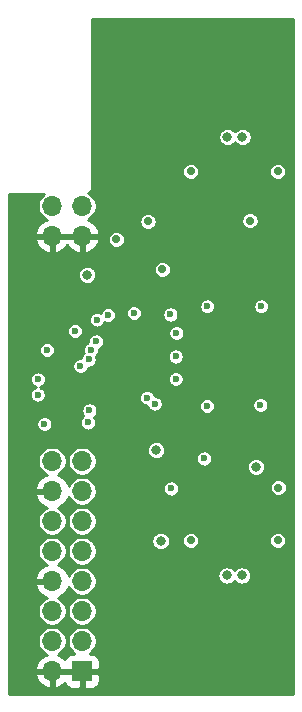
<source format=gbr>
%TF.GenerationSoftware,KiCad,Pcbnew,(5.1.9)-1*%
%TF.CreationDate,2021-06-18T11:47:14+07:00*%
%TF.ProjectId,A2B,4132422e-6b69-4636-9164-5f7063625858,2*%
%TF.SameCoordinates,Original*%
%TF.FileFunction,Copper,L2,Inr*%
%TF.FilePolarity,Positive*%
%FSLAX46Y46*%
G04 Gerber Fmt 4.6, Leading zero omitted, Abs format (unit mm)*
G04 Created by KiCad (PCBNEW (5.1.9)-1) date 2021-06-18 11:47:14*
%MOMM*%
%LPD*%
G01*
G04 APERTURE LIST*
%TA.AperFunction,ComponentPad*%
%ADD10O,1.700000X1.700000*%
%TD*%
%TA.AperFunction,ComponentPad*%
%ADD11R,1.700000X1.700000*%
%TD*%
%TA.AperFunction,ViaPad*%
%ADD12C,0.600000*%
%TD*%
%TA.AperFunction,ViaPad*%
%ADD13C,0.700000*%
%TD*%
%TA.AperFunction,ViaPad*%
%ADD14C,0.800000*%
%TD*%
%TA.AperFunction,Conductor*%
%ADD15C,0.254000*%
%TD*%
%TA.AperFunction,Conductor*%
%ADD16C,0.100000*%
%TD*%
G04 APERTURE END LIST*
D10*
%TO.N,GND*%
%TO.C,D3*%
X115265200Y-53505100D03*
X112725200Y-53505100D03*
%TO.N,+8V*%
X115265200Y-50965100D03*
X112725200Y-50965100D03*
D11*
%TO.N,GND*%
X115265200Y-90335100D03*
D10*
X112725200Y-90335100D03*
%TO.N,/PDMCLK\u005CIO7*%
X115265200Y-87795100D03*
%TO.N,/DRX1*%
X112725200Y-87795100D03*
%TO.N,/DRX0*%
X115265200Y-85255100D03*
%TO.N,/DTX1*%
X112725200Y-85255100D03*
%TO.N,/DTX0*%
X115265200Y-82715100D03*
%TO.N,GND*%
X112725200Y-82715100D03*
%TO.N,/SYNC*%
X115265200Y-80175100D03*
%TO.N,/BCLK*%
X112725200Y-80175100D03*
%TO.N,/CLKOUT2*%
X115265200Y-77635100D03*
%TO.N,/CLKOUT1*%
X112725200Y-77635100D03*
%TO.N,/IRQ*%
X115265200Y-75095100D03*
%TO.N,GND*%
X112725200Y-75095100D03*
%TO.N,/SDA*%
X115265200Y-72555100D03*
%TO.N,/SCL*%
X112725200Y-72555100D03*
%TD*%
D12*
%TO.N,GND*%
X121348500Y-63627000D03*
X119888000Y-65151000D03*
X119888000Y-64389000D03*
X119888000Y-62865000D03*
X120650000Y-63627000D03*
X119126000Y-63627000D03*
X119888000Y-63627000D03*
X126428500Y-63690500D03*
X122428000Y-61150500D03*
X118427500Y-63627000D03*
X119888000Y-62166500D03*
X116776500Y-56769000D03*
X109511799Y-50569999D03*
X109511799Y-52169999D03*
X109511799Y-53769999D03*
X109511799Y-70569999D03*
X109511799Y-72169999D03*
X109511799Y-73769999D03*
X109511799Y-75369999D03*
X109511799Y-76969999D03*
X109511799Y-78569999D03*
X109511799Y-80169999D03*
X109511799Y-81769999D03*
X109511799Y-83369999D03*
X109511799Y-84969999D03*
X109511799Y-86569999D03*
X109511799Y-88169999D03*
X109511799Y-89769999D03*
X109511799Y-91369999D03*
X110311799Y-51369999D03*
X110311799Y-52969999D03*
X110311799Y-77769999D03*
X110311799Y-79369999D03*
X110311799Y-80969999D03*
X110311799Y-82569999D03*
X110311799Y-84169999D03*
X110311799Y-85769999D03*
X110311799Y-87369999D03*
X110311799Y-88969999D03*
X110311799Y-90569999D03*
X111111799Y-52169999D03*
X111111799Y-53769999D03*
X111111799Y-78569999D03*
X111111799Y-80169999D03*
X111111799Y-81769999D03*
X111111799Y-83369999D03*
X111111799Y-86569999D03*
X111111799Y-89769999D03*
X111111799Y-91369999D03*
X113511799Y-55369999D03*
X113511799Y-56969999D03*
X114311799Y-56169999D03*
X116711799Y-36169999D03*
X116711799Y-37769999D03*
X116711799Y-39369999D03*
X116711799Y-40969999D03*
X116711799Y-42569999D03*
X116711799Y-44169999D03*
X116711799Y-47369999D03*
X117511799Y-36969999D03*
X117511799Y-38569999D03*
X117511799Y-40169999D03*
X117511799Y-41769999D03*
X117511799Y-43369999D03*
X117511799Y-44969999D03*
X117511799Y-48169999D03*
X117511799Y-86569999D03*
X117511799Y-88169999D03*
X117511799Y-89769999D03*
X117511799Y-91369999D03*
X118311799Y-36169999D03*
X118311799Y-37769999D03*
X118311799Y-39369999D03*
X118311799Y-40969999D03*
X118311799Y-42569999D03*
X118311799Y-44169999D03*
X118311799Y-85769999D03*
X118311799Y-87369999D03*
X118311799Y-88969999D03*
X118311799Y-90569999D03*
X119111799Y-36969999D03*
X119111799Y-38569999D03*
X119111799Y-40169999D03*
X119111799Y-41769999D03*
X119111799Y-43369999D03*
X119111799Y-44969999D03*
X119111799Y-83369999D03*
X119111799Y-84969999D03*
X119111799Y-86569999D03*
X119111799Y-88169999D03*
X119111799Y-89769999D03*
X119111799Y-91369999D03*
X119911799Y-36169999D03*
X119911799Y-37769999D03*
X119911799Y-39369999D03*
X119911799Y-40969999D03*
X119911799Y-42569999D03*
X119911799Y-44169999D03*
X119911799Y-45769999D03*
X119911799Y-78569999D03*
X119911799Y-80169999D03*
X119911799Y-81769999D03*
X119911799Y-84169999D03*
X119911799Y-85769999D03*
X119911799Y-87369999D03*
X119911799Y-88969999D03*
X119911799Y-90569999D03*
X120711799Y-36969999D03*
X120711799Y-38569999D03*
X120711799Y-40169999D03*
X120711799Y-41769999D03*
X120711799Y-43369999D03*
X120711799Y-44969999D03*
X120711799Y-80969999D03*
X120711799Y-82569999D03*
X120711799Y-84969999D03*
X120711799Y-86569999D03*
X120711799Y-88169999D03*
X120711799Y-89769999D03*
X120711799Y-91369999D03*
X121511799Y-36169999D03*
X121511799Y-37769999D03*
X121511799Y-39369999D03*
X121511799Y-40969999D03*
X121511799Y-42569999D03*
X121511799Y-44169999D03*
X121511799Y-45769999D03*
X121511799Y-81769999D03*
X121511799Y-83369999D03*
X121511799Y-85769999D03*
X121511799Y-87369999D03*
X121511799Y-88969999D03*
X121511799Y-90569999D03*
X122311799Y-36969999D03*
X122311799Y-38569999D03*
X122311799Y-40169999D03*
X122311799Y-41769999D03*
X122311799Y-43369999D03*
X122311799Y-44969999D03*
X122311799Y-46569999D03*
X122311799Y-48969999D03*
X122311799Y-80969999D03*
X122311799Y-82569999D03*
X122311799Y-84169999D03*
X122311799Y-86569999D03*
X122311799Y-88169999D03*
X122311799Y-89769999D03*
X122311799Y-91369999D03*
X123111799Y-36169999D03*
X123111799Y-37769999D03*
X123111799Y-39369999D03*
X123111799Y-40969999D03*
X123111799Y-42569999D03*
X123111799Y-44169999D03*
X123111799Y-45769999D03*
X123111799Y-49769999D03*
X123317000Y-71628000D03*
X123111799Y-81769999D03*
X123111799Y-83369999D03*
X123111799Y-84969999D03*
X123111799Y-87369999D03*
X123111799Y-88969999D03*
X123111799Y-90569999D03*
X123911799Y-41769999D03*
X123911799Y-43369999D03*
X123911799Y-44969999D03*
X123911799Y-46569999D03*
X123911799Y-70569999D03*
X123911799Y-80969999D03*
X123911799Y-82569999D03*
X123911799Y-84169999D03*
X123911799Y-85769999D03*
X124711799Y-40969999D03*
X124711799Y-42569999D03*
X124711799Y-44169999D03*
X124711799Y-45769999D03*
X124244100Y-54952900D03*
X124711799Y-69769999D03*
X124711799Y-81769999D03*
X124711799Y-83369999D03*
X124711799Y-84969999D03*
X125511799Y-41769999D03*
X125511799Y-43369999D03*
X125511799Y-44969999D03*
X125511799Y-46569999D03*
X125511799Y-80969999D03*
X125511799Y-82569999D03*
X125511799Y-84169999D03*
X125511799Y-85769999D03*
X126311799Y-36169999D03*
X126311799Y-37769999D03*
X126311799Y-39369999D03*
X126311799Y-69769999D03*
X126311799Y-86569999D03*
X126311799Y-88169999D03*
X126311799Y-89769999D03*
X126311799Y-91369999D03*
X127111799Y-36969999D03*
X127111799Y-38569999D03*
X127111799Y-40169999D03*
X127111799Y-87369999D03*
X127111799Y-88969999D03*
X127111799Y-90569999D03*
X127911799Y-36169999D03*
X127911799Y-37769999D03*
X127911799Y-39369999D03*
X127911799Y-86569999D03*
X127911799Y-88169999D03*
X127911799Y-89769999D03*
X127911799Y-91369999D03*
X128711799Y-36969999D03*
X128711799Y-38569999D03*
X128711799Y-40169999D03*
X128711799Y-63369999D03*
X128711799Y-87369999D03*
X128711799Y-88969999D03*
X128711799Y-90569999D03*
X129511799Y-36169999D03*
X129511799Y-37769999D03*
X129511799Y-39369999D03*
X129511799Y-54569999D03*
X129511799Y-64169999D03*
X129511799Y-86569999D03*
X129511799Y-88169999D03*
X129511799Y-89769999D03*
X129511799Y-91369999D03*
X130311799Y-36969999D03*
X130311799Y-38569999D03*
X130311799Y-40169999D03*
X130311799Y-45769999D03*
X130311799Y-53769999D03*
X130311799Y-57769999D03*
X130311799Y-64969999D03*
X130311799Y-66569999D03*
X130311799Y-80969999D03*
X130311799Y-87369999D03*
X130311799Y-88969999D03*
X130311799Y-90569999D03*
X131111799Y-40969999D03*
X131111799Y-42569999D03*
X131111799Y-44169999D03*
X131111799Y-46569999D03*
X131111799Y-52969999D03*
X131111799Y-54569999D03*
X131111799Y-60969999D03*
X131111799Y-81769999D03*
X131111799Y-83369999D03*
X131111799Y-84969999D03*
X131911799Y-41769999D03*
X131911799Y-43369999D03*
X131911799Y-44969999D03*
X131911799Y-53769999D03*
X131911799Y-55369999D03*
X131911799Y-56969999D03*
X131911799Y-58569999D03*
X131911799Y-60169999D03*
X131911799Y-61769999D03*
X131911799Y-80969999D03*
X131911799Y-82569999D03*
X131911799Y-84169999D03*
X131911799Y-85769999D03*
X125780800Y-52324000D03*
X130517900Y-52336700D03*
X124866400Y-56121300D03*
X131419600Y-56121300D03*
X124688600Y-71107300D03*
X131025900Y-68491100D03*
X132969000Y-71120000D03*
X132969000Y-73660000D03*
X124193300Y-74752200D03*
X130073400Y-76860400D03*
X126238000Y-76835000D03*
X125590300Y-73533000D03*
X122555000Y-72567800D03*
X122999500Y-73812400D03*
X129997200Y-60502800D03*
X132562600Y-63004700D03*
X132969000Y-64071500D03*
X132969000Y-65278000D03*
X132969000Y-69850000D03*
X132969000Y-68770500D03*
X132969000Y-67564000D03*
X132969000Y-66421000D03*
X132969000Y-72390000D03*
X132969000Y-74866500D03*
X125857000Y-55118000D03*
X130429000Y-55118000D03*
X124206000Y-52324000D03*
X132080000Y-52324000D03*
X126047500Y-66738500D03*
X125412500Y-68897500D03*
X111950500Y-59055000D03*
X111950500Y-57785000D03*
X111950500Y-56515000D03*
X111950500Y-55308500D03*
X116776500Y-70675500D03*
X122618500Y-70739000D03*
X125031500Y-59753500D03*
X124333000Y-58737500D03*
X122999500Y-56705500D03*
X117094000Y-56007000D03*
%TO.N,/AD_VOUT1*%
X116459000Y-62413500D03*
X116522500Y-60579000D03*
X114681000Y-61531500D03*
%TO.N,Net-(C11-Pad2)*%
X115887500Y-68262500D03*
%TO.N,/AD_VOUT2*%
X123190000Y-63690500D03*
X119651500Y-60025000D03*
X115760500Y-69278500D03*
X112077500Y-69405500D03*
X112298200Y-63149200D03*
D13*
%TO.N,Net-(C14-Pad1)*%
X122061000Y-56310500D03*
X120840500Y-52260500D03*
%TO.N,+8V*%
X131889500Y-74803000D03*
%TO.N,/SENSE*%
X129476500Y-52197000D03*
X118173500Y-53784500D03*
D12*
%TO.N,Net-(C18-Pad1)*%
X123253500Y-61722000D03*
%TO.N,Net-(C19-Pad2)*%
X123190000Y-65595500D03*
%TO.N,Net-(C24-Pad2)*%
X122745500Y-60134500D03*
%TO.N,Net-(C28-Pad2)*%
X130436800Y-59443800D03*
X125864800Y-59443800D03*
%TO.N,Net-(C29-Pad2)*%
X130365500Y-67818000D03*
X125857000Y-67881500D03*
D13*
%TO.N,Net-(C39-Pad1)*%
X124460000Y-79248000D03*
X131826000Y-79248000D03*
%TO.N,Net-(C41-Pad1)*%
X131826000Y-48006000D03*
X124460000Y-48006000D03*
D14*
%TO.N,/AP3*%
X128778000Y-82232500D03*
%TO.N,/AN3*%
X127508000Y-82232500D03*
%TO.N,/BN3*%
X127571500Y-45085000D03*
%TO.N,/BP3*%
X128841500Y-45085000D03*
D12*
%TO.N,/CLKOUT1*%
X111529300Y-65618800D03*
%TO.N,/CLKOUT2*%
X111506000Y-66929000D03*
%TO.N,Net-(R7-Pad1)*%
X117475000Y-60198000D03*
%TO.N,/IRQ*%
X115125500Y-64516000D03*
%TO.N,/DRX1*%
X121412000Y-67691000D03*
%TO.N,/DRX0*%
X120777000Y-67183000D03*
%TO.N,/SDA*%
X115824000Y-63944500D03*
%TO.N,/SCL*%
X116014500Y-63119000D03*
%TO.N,Net-(C2-Pad1)*%
X122809000Y-74866500D03*
X125603000Y-72326500D03*
D14*
%TO.N,Net-(C4-Pad2)*%
X129984500Y-73025000D03*
X121920000Y-79311500D03*
%TO.N,/VIN*%
X121539000Y-71628000D03*
X115697000Y-56769000D03*
%TD*%
D15*
%TO.N,GND*%
X133109501Y-92228200D02*
X109054100Y-92228200D01*
X109054100Y-90691990D01*
X111283724Y-90691990D01*
X111328375Y-90839199D01*
X111453559Y-91102020D01*
X111627612Y-91335369D01*
X111843845Y-91530278D01*
X112093948Y-91679257D01*
X112368309Y-91776581D01*
X112598200Y-91655914D01*
X112598200Y-90462100D01*
X112852200Y-90462100D01*
X112852200Y-91655914D01*
X113082091Y-91776581D01*
X113356452Y-91679257D01*
X113606555Y-91530278D01*
X113802702Y-91353474D01*
X113825698Y-91429280D01*
X113884663Y-91539594D01*
X113964015Y-91636285D01*
X114060706Y-91715637D01*
X114171020Y-91774602D01*
X114290718Y-91810912D01*
X114415200Y-91823172D01*
X114979450Y-91820100D01*
X115138200Y-91661350D01*
X115138200Y-90462100D01*
X115392200Y-90462100D01*
X115392200Y-91661350D01*
X115550950Y-91820100D01*
X116115200Y-91823172D01*
X116239682Y-91810912D01*
X116359380Y-91774602D01*
X116469694Y-91715637D01*
X116566385Y-91636285D01*
X116645737Y-91539594D01*
X116704702Y-91429280D01*
X116741012Y-91309582D01*
X116753272Y-91185100D01*
X116750200Y-90620850D01*
X116591450Y-90462100D01*
X115392200Y-90462100D01*
X115138200Y-90462100D01*
X112852200Y-90462100D01*
X112598200Y-90462100D01*
X111405045Y-90462100D01*
X111283724Y-90691990D01*
X109054100Y-90691990D01*
X109054100Y-89978210D01*
X111283724Y-89978210D01*
X111405045Y-90208100D01*
X112598200Y-90208100D01*
X112598200Y-90188100D01*
X112852200Y-90188100D01*
X112852200Y-90208100D01*
X115138200Y-90208100D01*
X115138200Y-90188100D01*
X115392200Y-90188100D01*
X115392200Y-90208100D01*
X116591450Y-90208100D01*
X116750200Y-90049350D01*
X116753272Y-89485100D01*
X116741012Y-89360618D01*
X116704702Y-89240920D01*
X116645737Y-89130606D01*
X116566385Y-89033915D01*
X116469694Y-88954563D01*
X116359380Y-88895598D01*
X116239682Y-88859288D01*
X116115200Y-88847028D01*
X115904906Y-88848173D01*
X116049917Y-88751280D01*
X116221380Y-88579817D01*
X116356098Y-88378197D01*
X116448893Y-88154169D01*
X116496200Y-87916343D01*
X116496200Y-87673857D01*
X116448893Y-87436031D01*
X116356098Y-87212003D01*
X116221380Y-87010383D01*
X116049917Y-86838920D01*
X115848297Y-86704202D01*
X115624269Y-86611407D01*
X115386443Y-86564100D01*
X115143957Y-86564100D01*
X114906131Y-86611407D01*
X114682103Y-86704202D01*
X114480483Y-86838920D01*
X114309020Y-87010383D01*
X114174302Y-87212003D01*
X114081507Y-87436031D01*
X114034200Y-87673857D01*
X114034200Y-87916343D01*
X114081507Y-88154169D01*
X114174302Y-88378197D01*
X114309020Y-88579817D01*
X114480483Y-88751280D01*
X114625494Y-88848173D01*
X114415200Y-88847028D01*
X114290718Y-88859288D01*
X114171020Y-88895598D01*
X114060706Y-88954563D01*
X113964015Y-89033915D01*
X113884663Y-89130606D01*
X113825698Y-89240920D01*
X113802702Y-89316726D01*
X113606555Y-89139922D01*
X113356452Y-88990943D01*
X113194032Y-88933328D01*
X113308297Y-88885998D01*
X113509917Y-88751280D01*
X113681380Y-88579817D01*
X113816098Y-88378197D01*
X113908893Y-88154169D01*
X113956200Y-87916343D01*
X113956200Y-87673857D01*
X113908893Y-87436031D01*
X113816098Y-87212003D01*
X113681380Y-87010383D01*
X113509917Y-86838920D01*
X113308297Y-86704202D01*
X113084269Y-86611407D01*
X112846443Y-86564100D01*
X112603957Y-86564100D01*
X112366131Y-86611407D01*
X112142103Y-86704202D01*
X111940483Y-86838920D01*
X111769020Y-87010383D01*
X111634302Y-87212003D01*
X111541507Y-87436031D01*
X111494200Y-87673857D01*
X111494200Y-87916343D01*
X111541507Y-88154169D01*
X111634302Y-88378197D01*
X111769020Y-88579817D01*
X111940483Y-88751280D01*
X112142103Y-88885998D01*
X112256368Y-88933328D01*
X112093948Y-88990943D01*
X111843845Y-89139922D01*
X111627612Y-89334831D01*
X111453559Y-89568180D01*
X111328375Y-89831001D01*
X111283724Y-89978210D01*
X109054100Y-89978210D01*
X109054100Y-82358210D01*
X111283724Y-82358210D01*
X111405045Y-82588100D01*
X112598200Y-82588100D01*
X112598200Y-82568100D01*
X112852200Y-82568100D01*
X112852200Y-82588100D01*
X112872200Y-82588100D01*
X112872200Y-82842100D01*
X112852200Y-82842100D01*
X112852200Y-82862100D01*
X112598200Y-82862100D01*
X112598200Y-82842100D01*
X111405045Y-82842100D01*
X111283724Y-83071990D01*
X111328375Y-83219199D01*
X111453559Y-83482020D01*
X111627612Y-83715369D01*
X111843845Y-83910278D01*
X112093948Y-84059257D01*
X112256368Y-84116872D01*
X112142103Y-84164202D01*
X111940483Y-84298920D01*
X111769020Y-84470383D01*
X111634302Y-84672003D01*
X111541507Y-84896031D01*
X111494200Y-85133857D01*
X111494200Y-85376343D01*
X111541507Y-85614169D01*
X111634302Y-85838197D01*
X111769020Y-86039817D01*
X111940483Y-86211280D01*
X112142103Y-86345998D01*
X112366131Y-86438793D01*
X112603957Y-86486100D01*
X112846443Y-86486100D01*
X113084269Y-86438793D01*
X113308297Y-86345998D01*
X113509917Y-86211280D01*
X113681380Y-86039817D01*
X113816098Y-85838197D01*
X113908893Y-85614169D01*
X113956200Y-85376343D01*
X113956200Y-85133857D01*
X114034200Y-85133857D01*
X114034200Y-85376343D01*
X114081507Y-85614169D01*
X114174302Y-85838197D01*
X114309020Y-86039817D01*
X114480483Y-86211280D01*
X114682103Y-86345998D01*
X114906131Y-86438793D01*
X115143957Y-86486100D01*
X115386443Y-86486100D01*
X115624269Y-86438793D01*
X115848297Y-86345998D01*
X116049917Y-86211280D01*
X116221380Y-86039817D01*
X116356098Y-85838197D01*
X116448893Y-85614169D01*
X116496200Y-85376343D01*
X116496200Y-85133857D01*
X116448893Y-84896031D01*
X116356098Y-84672003D01*
X116221380Y-84470383D01*
X116049917Y-84298920D01*
X115848297Y-84164202D01*
X115624269Y-84071407D01*
X115386443Y-84024100D01*
X115143957Y-84024100D01*
X114906131Y-84071407D01*
X114682103Y-84164202D01*
X114480483Y-84298920D01*
X114309020Y-84470383D01*
X114174302Y-84672003D01*
X114081507Y-84896031D01*
X114034200Y-85133857D01*
X113956200Y-85133857D01*
X113908893Y-84896031D01*
X113816098Y-84672003D01*
X113681380Y-84470383D01*
X113509917Y-84298920D01*
X113308297Y-84164202D01*
X113194032Y-84116872D01*
X113356452Y-84059257D01*
X113606555Y-83910278D01*
X113822788Y-83715369D01*
X113996841Y-83482020D01*
X114122025Y-83219199D01*
X114130291Y-83191946D01*
X114174302Y-83298197D01*
X114309020Y-83499817D01*
X114480483Y-83671280D01*
X114682103Y-83805998D01*
X114906131Y-83898793D01*
X115143957Y-83946100D01*
X115386443Y-83946100D01*
X115624269Y-83898793D01*
X115848297Y-83805998D01*
X116049917Y-83671280D01*
X116221380Y-83499817D01*
X116356098Y-83298197D01*
X116448893Y-83074169D01*
X116496200Y-82836343D01*
X116496200Y-82593857D01*
X116448893Y-82356031D01*
X116365864Y-82155578D01*
X126727000Y-82155578D01*
X126727000Y-82309422D01*
X126757013Y-82460309D01*
X126815887Y-82602442D01*
X126901358Y-82730359D01*
X127010141Y-82839142D01*
X127138058Y-82924613D01*
X127280191Y-82983487D01*
X127431078Y-83013500D01*
X127584922Y-83013500D01*
X127735809Y-82983487D01*
X127877942Y-82924613D01*
X128005859Y-82839142D01*
X128114642Y-82730359D01*
X128143000Y-82687918D01*
X128171358Y-82730359D01*
X128280141Y-82839142D01*
X128408058Y-82924613D01*
X128550191Y-82983487D01*
X128701078Y-83013500D01*
X128854922Y-83013500D01*
X129005809Y-82983487D01*
X129147942Y-82924613D01*
X129275859Y-82839142D01*
X129384642Y-82730359D01*
X129470113Y-82602442D01*
X129528987Y-82460309D01*
X129559000Y-82309422D01*
X129559000Y-82155578D01*
X129528987Y-82004691D01*
X129470113Y-81862558D01*
X129384642Y-81734641D01*
X129275859Y-81625858D01*
X129147942Y-81540387D01*
X129005809Y-81481513D01*
X128854922Y-81451500D01*
X128701078Y-81451500D01*
X128550191Y-81481513D01*
X128408058Y-81540387D01*
X128280141Y-81625858D01*
X128171358Y-81734641D01*
X128143000Y-81777082D01*
X128114642Y-81734641D01*
X128005859Y-81625858D01*
X127877942Y-81540387D01*
X127735809Y-81481513D01*
X127584922Y-81451500D01*
X127431078Y-81451500D01*
X127280191Y-81481513D01*
X127138058Y-81540387D01*
X127010141Y-81625858D01*
X126901358Y-81734641D01*
X126815887Y-81862558D01*
X126757013Y-82004691D01*
X126727000Y-82155578D01*
X116365864Y-82155578D01*
X116356098Y-82132003D01*
X116221380Y-81930383D01*
X116049917Y-81758920D01*
X115848297Y-81624202D01*
X115624269Y-81531407D01*
X115386443Y-81484100D01*
X115143957Y-81484100D01*
X114906131Y-81531407D01*
X114682103Y-81624202D01*
X114480483Y-81758920D01*
X114309020Y-81930383D01*
X114174302Y-82132003D01*
X114130291Y-82238254D01*
X114122025Y-82211001D01*
X113996841Y-81948180D01*
X113822788Y-81714831D01*
X113606555Y-81519922D01*
X113356452Y-81370943D01*
X113194032Y-81313328D01*
X113308297Y-81265998D01*
X113509917Y-81131280D01*
X113681380Y-80959817D01*
X113816098Y-80758197D01*
X113908893Y-80534169D01*
X113956200Y-80296343D01*
X113956200Y-80053857D01*
X114034200Y-80053857D01*
X114034200Y-80296343D01*
X114081507Y-80534169D01*
X114174302Y-80758197D01*
X114309020Y-80959817D01*
X114480483Y-81131280D01*
X114682103Y-81265998D01*
X114906131Y-81358793D01*
X115143957Y-81406100D01*
X115386443Y-81406100D01*
X115624269Y-81358793D01*
X115848297Y-81265998D01*
X116049917Y-81131280D01*
X116221380Y-80959817D01*
X116356098Y-80758197D01*
X116448893Y-80534169D01*
X116496200Y-80296343D01*
X116496200Y-80053857D01*
X116448893Y-79816031D01*
X116356098Y-79592003D01*
X116221380Y-79390383D01*
X116065575Y-79234578D01*
X121139000Y-79234578D01*
X121139000Y-79388422D01*
X121169013Y-79539309D01*
X121227887Y-79681442D01*
X121313358Y-79809359D01*
X121422141Y-79918142D01*
X121550058Y-80003613D01*
X121692191Y-80062487D01*
X121843078Y-80092500D01*
X121996922Y-80092500D01*
X122147809Y-80062487D01*
X122289942Y-80003613D01*
X122417859Y-79918142D01*
X122526642Y-79809359D01*
X122612113Y-79681442D01*
X122670987Y-79539309D01*
X122701000Y-79388422D01*
X122701000Y-79234578D01*
X122689349Y-79176003D01*
X123729000Y-79176003D01*
X123729000Y-79319997D01*
X123757092Y-79461225D01*
X123812196Y-79594258D01*
X123892195Y-79713985D01*
X123994015Y-79815805D01*
X124113742Y-79895804D01*
X124246775Y-79950908D01*
X124388003Y-79979000D01*
X124531997Y-79979000D01*
X124673225Y-79950908D01*
X124806258Y-79895804D01*
X124925985Y-79815805D01*
X125027805Y-79713985D01*
X125107804Y-79594258D01*
X125162908Y-79461225D01*
X125191000Y-79319997D01*
X125191000Y-79176003D01*
X131095000Y-79176003D01*
X131095000Y-79319997D01*
X131123092Y-79461225D01*
X131178196Y-79594258D01*
X131258195Y-79713985D01*
X131360015Y-79815805D01*
X131479742Y-79895804D01*
X131612775Y-79950908D01*
X131754003Y-79979000D01*
X131897997Y-79979000D01*
X132039225Y-79950908D01*
X132172258Y-79895804D01*
X132291985Y-79815805D01*
X132393805Y-79713985D01*
X132473804Y-79594258D01*
X132528908Y-79461225D01*
X132557000Y-79319997D01*
X132557000Y-79176003D01*
X132528908Y-79034775D01*
X132473804Y-78901742D01*
X132393805Y-78782015D01*
X132291985Y-78680195D01*
X132172258Y-78600196D01*
X132039225Y-78545092D01*
X131897997Y-78517000D01*
X131754003Y-78517000D01*
X131612775Y-78545092D01*
X131479742Y-78600196D01*
X131360015Y-78680195D01*
X131258195Y-78782015D01*
X131178196Y-78901742D01*
X131123092Y-79034775D01*
X131095000Y-79176003D01*
X125191000Y-79176003D01*
X125162908Y-79034775D01*
X125107804Y-78901742D01*
X125027805Y-78782015D01*
X124925985Y-78680195D01*
X124806258Y-78600196D01*
X124673225Y-78545092D01*
X124531997Y-78517000D01*
X124388003Y-78517000D01*
X124246775Y-78545092D01*
X124113742Y-78600196D01*
X123994015Y-78680195D01*
X123892195Y-78782015D01*
X123812196Y-78901742D01*
X123757092Y-79034775D01*
X123729000Y-79176003D01*
X122689349Y-79176003D01*
X122670987Y-79083691D01*
X122612113Y-78941558D01*
X122526642Y-78813641D01*
X122417859Y-78704858D01*
X122289942Y-78619387D01*
X122147809Y-78560513D01*
X121996922Y-78530500D01*
X121843078Y-78530500D01*
X121692191Y-78560513D01*
X121550058Y-78619387D01*
X121422141Y-78704858D01*
X121313358Y-78813641D01*
X121227887Y-78941558D01*
X121169013Y-79083691D01*
X121139000Y-79234578D01*
X116065575Y-79234578D01*
X116049917Y-79218920D01*
X115848297Y-79084202D01*
X115624269Y-78991407D01*
X115386443Y-78944100D01*
X115143957Y-78944100D01*
X114906131Y-78991407D01*
X114682103Y-79084202D01*
X114480483Y-79218920D01*
X114309020Y-79390383D01*
X114174302Y-79592003D01*
X114081507Y-79816031D01*
X114034200Y-80053857D01*
X113956200Y-80053857D01*
X113908893Y-79816031D01*
X113816098Y-79592003D01*
X113681380Y-79390383D01*
X113509917Y-79218920D01*
X113308297Y-79084202D01*
X113084269Y-78991407D01*
X112846443Y-78944100D01*
X112603957Y-78944100D01*
X112366131Y-78991407D01*
X112142103Y-79084202D01*
X111940483Y-79218920D01*
X111769020Y-79390383D01*
X111634302Y-79592003D01*
X111541507Y-79816031D01*
X111494200Y-80053857D01*
X111494200Y-80296343D01*
X111541507Y-80534169D01*
X111634302Y-80758197D01*
X111769020Y-80959817D01*
X111940483Y-81131280D01*
X112142103Y-81265998D01*
X112256368Y-81313328D01*
X112093948Y-81370943D01*
X111843845Y-81519922D01*
X111627612Y-81714831D01*
X111453559Y-81948180D01*
X111328375Y-82211001D01*
X111283724Y-82358210D01*
X109054100Y-82358210D01*
X109054100Y-74738210D01*
X111283724Y-74738210D01*
X111405045Y-74968100D01*
X112598200Y-74968100D01*
X112598200Y-74948100D01*
X112852200Y-74948100D01*
X112852200Y-74968100D01*
X112872200Y-74968100D01*
X112872200Y-75222100D01*
X112852200Y-75222100D01*
X112852200Y-75242100D01*
X112598200Y-75242100D01*
X112598200Y-75222100D01*
X111405045Y-75222100D01*
X111283724Y-75451990D01*
X111328375Y-75599199D01*
X111453559Y-75862020D01*
X111627612Y-76095369D01*
X111843845Y-76290278D01*
X112093948Y-76439257D01*
X112256368Y-76496872D01*
X112142103Y-76544202D01*
X111940483Y-76678920D01*
X111769020Y-76850383D01*
X111634302Y-77052003D01*
X111541507Y-77276031D01*
X111494200Y-77513857D01*
X111494200Y-77756343D01*
X111541507Y-77994169D01*
X111634302Y-78218197D01*
X111769020Y-78419817D01*
X111940483Y-78591280D01*
X112142103Y-78725998D01*
X112366131Y-78818793D01*
X112603957Y-78866100D01*
X112846443Y-78866100D01*
X113084269Y-78818793D01*
X113308297Y-78725998D01*
X113509917Y-78591280D01*
X113681380Y-78419817D01*
X113816098Y-78218197D01*
X113908893Y-77994169D01*
X113956200Y-77756343D01*
X113956200Y-77513857D01*
X114034200Y-77513857D01*
X114034200Y-77756343D01*
X114081507Y-77994169D01*
X114174302Y-78218197D01*
X114309020Y-78419817D01*
X114480483Y-78591280D01*
X114682103Y-78725998D01*
X114906131Y-78818793D01*
X115143957Y-78866100D01*
X115386443Y-78866100D01*
X115624269Y-78818793D01*
X115848297Y-78725998D01*
X116049917Y-78591280D01*
X116221380Y-78419817D01*
X116356098Y-78218197D01*
X116448893Y-77994169D01*
X116496200Y-77756343D01*
X116496200Y-77513857D01*
X116448893Y-77276031D01*
X116356098Y-77052003D01*
X116221380Y-76850383D01*
X116049917Y-76678920D01*
X115848297Y-76544202D01*
X115624269Y-76451407D01*
X115386443Y-76404100D01*
X115143957Y-76404100D01*
X114906131Y-76451407D01*
X114682103Y-76544202D01*
X114480483Y-76678920D01*
X114309020Y-76850383D01*
X114174302Y-77052003D01*
X114081507Y-77276031D01*
X114034200Y-77513857D01*
X113956200Y-77513857D01*
X113908893Y-77276031D01*
X113816098Y-77052003D01*
X113681380Y-76850383D01*
X113509917Y-76678920D01*
X113308297Y-76544202D01*
X113194032Y-76496872D01*
X113356452Y-76439257D01*
X113606555Y-76290278D01*
X113822788Y-76095369D01*
X113996841Y-75862020D01*
X114122025Y-75599199D01*
X114130291Y-75571946D01*
X114174302Y-75678197D01*
X114309020Y-75879817D01*
X114480483Y-76051280D01*
X114682103Y-76185998D01*
X114906131Y-76278793D01*
X115143957Y-76326100D01*
X115386443Y-76326100D01*
X115624269Y-76278793D01*
X115848297Y-76185998D01*
X116049917Y-76051280D01*
X116221380Y-75879817D01*
X116356098Y-75678197D01*
X116448893Y-75454169D01*
X116496200Y-75216343D01*
X116496200Y-74973857D01*
X116461504Y-74799427D01*
X122128000Y-74799427D01*
X122128000Y-74933573D01*
X122154171Y-75065140D01*
X122205506Y-75189074D01*
X122280033Y-75300612D01*
X122374888Y-75395467D01*
X122486426Y-75469994D01*
X122610360Y-75521329D01*
X122741927Y-75547500D01*
X122876073Y-75547500D01*
X123007640Y-75521329D01*
X123131574Y-75469994D01*
X123243112Y-75395467D01*
X123337967Y-75300612D01*
X123412494Y-75189074D01*
X123463829Y-75065140D01*
X123490000Y-74933573D01*
X123490000Y-74799427D01*
X123476390Y-74731003D01*
X131158500Y-74731003D01*
X131158500Y-74874997D01*
X131186592Y-75016225D01*
X131241696Y-75149258D01*
X131321695Y-75268985D01*
X131423515Y-75370805D01*
X131543242Y-75450804D01*
X131676275Y-75505908D01*
X131817503Y-75534000D01*
X131961497Y-75534000D01*
X132102725Y-75505908D01*
X132235758Y-75450804D01*
X132355485Y-75370805D01*
X132457305Y-75268985D01*
X132537304Y-75149258D01*
X132592408Y-75016225D01*
X132620500Y-74874997D01*
X132620500Y-74731003D01*
X132592408Y-74589775D01*
X132537304Y-74456742D01*
X132457305Y-74337015D01*
X132355485Y-74235195D01*
X132235758Y-74155196D01*
X132102725Y-74100092D01*
X131961497Y-74072000D01*
X131817503Y-74072000D01*
X131676275Y-74100092D01*
X131543242Y-74155196D01*
X131423515Y-74235195D01*
X131321695Y-74337015D01*
X131241696Y-74456742D01*
X131186592Y-74589775D01*
X131158500Y-74731003D01*
X123476390Y-74731003D01*
X123463829Y-74667860D01*
X123412494Y-74543926D01*
X123337967Y-74432388D01*
X123243112Y-74337533D01*
X123131574Y-74263006D01*
X123007640Y-74211671D01*
X122876073Y-74185500D01*
X122741927Y-74185500D01*
X122610360Y-74211671D01*
X122486426Y-74263006D01*
X122374888Y-74337533D01*
X122280033Y-74432388D01*
X122205506Y-74543926D01*
X122154171Y-74667860D01*
X122128000Y-74799427D01*
X116461504Y-74799427D01*
X116448893Y-74736031D01*
X116356098Y-74512003D01*
X116221380Y-74310383D01*
X116049917Y-74138920D01*
X115848297Y-74004202D01*
X115624269Y-73911407D01*
X115386443Y-73864100D01*
X115143957Y-73864100D01*
X114906131Y-73911407D01*
X114682103Y-74004202D01*
X114480483Y-74138920D01*
X114309020Y-74310383D01*
X114174302Y-74512003D01*
X114130291Y-74618254D01*
X114122025Y-74591001D01*
X113996841Y-74328180D01*
X113822788Y-74094831D01*
X113606555Y-73899922D01*
X113356452Y-73750943D01*
X113194032Y-73693328D01*
X113308297Y-73645998D01*
X113509917Y-73511280D01*
X113681380Y-73339817D01*
X113816098Y-73138197D01*
X113908893Y-72914169D01*
X113956200Y-72676343D01*
X113956200Y-72433857D01*
X114034200Y-72433857D01*
X114034200Y-72676343D01*
X114081507Y-72914169D01*
X114174302Y-73138197D01*
X114309020Y-73339817D01*
X114480483Y-73511280D01*
X114682103Y-73645998D01*
X114906131Y-73738793D01*
X115143957Y-73786100D01*
X115386443Y-73786100D01*
X115624269Y-73738793D01*
X115848297Y-73645998D01*
X116049917Y-73511280D01*
X116221380Y-73339817D01*
X116356098Y-73138197D01*
X116448893Y-72914169D01*
X116496200Y-72676343D01*
X116496200Y-72433857D01*
X116448893Y-72196031D01*
X116356098Y-71972003D01*
X116221380Y-71770383D01*
X116049917Y-71598920D01*
X115978317Y-71551078D01*
X120758000Y-71551078D01*
X120758000Y-71704922D01*
X120788013Y-71855809D01*
X120846887Y-71997942D01*
X120932358Y-72125859D01*
X121041141Y-72234642D01*
X121169058Y-72320113D01*
X121311191Y-72378987D01*
X121462078Y-72409000D01*
X121615922Y-72409000D01*
X121766809Y-72378987D01*
X121908942Y-72320113D01*
X121999765Y-72259427D01*
X124922000Y-72259427D01*
X124922000Y-72393573D01*
X124948171Y-72525140D01*
X124999506Y-72649074D01*
X125074033Y-72760612D01*
X125168888Y-72855467D01*
X125280426Y-72929994D01*
X125404360Y-72981329D01*
X125535927Y-73007500D01*
X125670073Y-73007500D01*
X125801640Y-72981329D01*
X125881915Y-72948078D01*
X129203500Y-72948078D01*
X129203500Y-73101922D01*
X129233513Y-73252809D01*
X129292387Y-73394942D01*
X129377858Y-73522859D01*
X129486641Y-73631642D01*
X129614558Y-73717113D01*
X129756691Y-73775987D01*
X129907578Y-73806000D01*
X130061422Y-73806000D01*
X130212309Y-73775987D01*
X130354442Y-73717113D01*
X130482359Y-73631642D01*
X130591142Y-73522859D01*
X130676613Y-73394942D01*
X130735487Y-73252809D01*
X130765500Y-73101922D01*
X130765500Y-72948078D01*
X130735487Y-72797191D01*
X130676613Y-72655058D01*
X130591142Y-72527141D01*
X130482359Y-72418358D01*
X130354442Y-72332887D01*
X130212309Y-72274013D01*
X130061422Y-72244000D01*
X129907578Y-72244000D01*
X129756691Y-72274013D01*
X129614558Y-72332887D01*
X129486641Y-72418358D01*
X129377858Y-72527141D01*
X129292387Y-72655058D01*
X129233513Y-72797191D01*
X129203500Y-72948078D01*
X125881915Y-72948078D01*
X125925574Y-72929994D01*
X126037112Y-72855467D01*
X126131967Y-72760612D01*
X126206494Y-72649074D01*
X126257829Y-72525140D01*
X126284000Y-72393573D01*
X126284000Y-72259427D01*
X126257829Y-72127860D01*
X126206494Y-72003926D01*
X126131967Y-71892388D01*
X126037112Y-71797533D01*
X125925574Y-71723006D01*
X125801640Y-71671671D01*
X125670073Y-71645500D01*
X125535927Y-71645500D01*
X125404360Y-71671671D01*
X125280426Y-71723006D01*
X125168888Y-71797533D01*
X125074033Y-71892388D01*
X124999506Y-72003926D01*
X124948171Y-72127860D01*
X124922000Y-72259427D01*
X121999765Y-72259427D01*
X122036859Y-72234642D01*
X122145642Y-72125859D01*
X122231113Y-71997942D01*
X122289987Y-71855809D01*
X122320000Y-71704922D01*
X122320000Y-71551078D01*
X122289987Y-71400191D01*
X122231113Y-71258058D01*
X122145642Y-71130141D01*
X122036859Y-71021358D01*
X121908942Y-70935887D01*
X121766809Y-70877013D01*
X121615922Y-70847000D01*
X121462078Y-70847000D01*
X121311191Y-70877013D01*
X121169058Y-70935887D01*
X121041141Y-71021358D01*
X120932358Y-71130141D01*
X120846887Y-71258058D01*
X120788013Y-71400191D01*
X120758000Y-71551078D01*
X115978317Y-71551078D01*
X115848297Y-71464202D01*
X115624269Y-71371407D01*
X115386443Y-71324100D01*
X115143957Y-71324100D01*
X114906131Y-71371407D01*
X114682103Y-71464202D01*
X114480483Y-71598920D01*
X114309020Y-71770383D01*
X114174302Y-71972003D01*
X114081507Y-72196031D01*
X114034200Y-72433857D01*
X113956200Y-72433857D01*
X113908893Y-72196031D01*
X113816098Y-71972003D01*
X113681380Y-71770383D01*
X113509917Y-71598920D01*
X113308297Y-71464202D01*
X113084269Y-71371407D01*
X112846443Y-71324100D01*
X112603957Y-71324100D01*
X112366131Y-71371407D01*
X112142103Y-71464202D01*
X111940483Y-71598920D01*
X111769020Y-71770383D01*
X111634302Y-71972003D01*
X111541507Y-72196031D01*
X111494200Y-72433857D01*
X111494200Y-72676343D01*
X111541507Y-72914169D01*
X111634302Y-73138197D01*
X111769020Y-73339817D01*
X111940483Y-73511280D01*
X112142103Y-73645998D01*
X112256368Y-73693328D01*
X112093948Y-73750943D01*
X111843845Y-73899922D01*
X111627612Y-74094831D01*
X111453559Y-74328180D01*
X111328375Y-74591001D01*
X111283724Y-74738210D01*
X109054100Y-74738210D01*
X109054100Y-69338427D01*
X111396500Y-69338427D01*
X111396500Y-69472573D01*
X111422671Y-69604140D01*
X111474006Y-69728074D01*
X111548533Y-69839612D01*
X111643388Y-69934467D01*
X111754926Y-70008994D01*
X111878860Y-70060329D01*
X112010427Y-70086500D01*
X112144573Y-70086500D01*
X112276140Y-70060329D01*
X112400074Y-70008994D01*
X112511612Y-69934467D01*
X112606467Y-69839612D01*
X112680994Y-69728074D01*
X112732329Y-69604140D01*
X112758500Y-69472573D01*
X112758500Y-69338427D01*
X112733238Y-69211427D01*
X115079500Y-69211427D01*
X115079500Y-69345573D01*
X115105671Y-69477140D01*
X115157006Y-69601074D01*
X115231533Y-69712612D01*
X115326388Y-69807467D01*
X115437926Y-69881994D01*
X115561860Y-69933329D01*
X115693427Y-69959500D01*
X115827573Y-69959500D01*
X115959140Y-69933329D01*
X116083074Y-69881994D01*
X116194612Y-69807467D01*
X116289467Y-69712612D01*
X116363994Y-69601074D01*
X116415329Y-69477140D01*
X116441500Y-69345573D01*
X116441500Y-69211427D01*
X116415329Y-69079860D01*
X116363994Y-68955926D01*
X116289467Y-68844388D01*
X116270619Y-68825540D01*
X116321612Y-68791467D01*
X116416467Y-68696612D01*
X116490994Y-68585074D01*
X116542329Y-68461140D01*
X116568500Y-68329573D01*
X116568500Y-68195427D01*
X116542329Y-68063860D01*
X116490994Y-67939926D01*
X116416467Y-67828388D01*
X116321612Y-67733533D01*
X116210074Y-67659006D01*
X116086140Y-67607671D01*
X115954573Y-67581500D01*
X115820427Y-67581500D01*
X115688860Y-67607671D01*
X115564926Y-67659006D01*
X115453388Y-67733533D01*
X115358533Y-67828388D01*
X115284006Y-67939926D01*
X115232671Y-68063860D01*
X115206500Y-68195427D01*
X115206500Y-68329573D01*
X115232671Y-68461140D01*
X115284006Y-68585074D01*
X115358533Y-68696612D01*
X115377381Y-68715460D01*
X115326388Y-68749533D01*
X115231533Y-68844388D01*
X115157006Y-68955926D01*
X115105671Y-69079860D01*
X115079500Y-69211427D01*
X112733238Y-69211427D01*
X112732329Y-69206860D01*
X112680994Y-69082926D01*
X112606467Y-68971388D01*
X112511612Y-68876533D01*
X112400074Y-68802006D01*
X112276140Y-68750671D01*
X112144573Y-68724500D01*
X112010427Y-68724500D01*
X111878860Y-68750671D01*
X111754926Y-68802006D01*
X111643388Y-68876533D01*
X111548533Y-68971388D01*
X111474006Y-69082926D01*
X111422671Y-69206860D01*
X111396500Y-69338427D01*
X109054100Y-69338427D01*
X109054100Y-66861927D01*
X110825000Y-66861927D01*
X110825000Y-66996073D01*
X110851171Y-67127640D01*
X110902506Y-67251574D01*
X110977033Y-67363112D01*
X111071888Y-67457967D01*
X111183426Y-67532494D01*
X111307360Y-67583829D01*
X111438927Y-67610000D01*
X111573073Y-67610000D01*
X111704640Y-67583829D01*
X111828574Y-67532494D01*
X111940112Y-67457967D01*
X112034967Y-67363112D01*
X112109494Y-67251574D01*
X112160829Y-67127640D01*
X112163158Y-67115927D01*
X120096000Y-67115927D01*
X120096000Y-67250073D01*
X120122171Y-67381640D01*
X120173506Y-67505574D01*
X120248033Y-67617112D01*
X120342888Y-67711967D01*
X120454426Y-67786494D01*
X120578360Y-67837829D01*
X120709927Y-67864000D01*
X120752071Y-67864000D01*
X120757171Y-67889640D01*
X120808506Y-68013574D01*
X120883033Y-68125112D01*
X120977888Y-68219967D01*
X121089426Y-68294494D01*
X121213360Y-68345829D01*
X121344927Y-68372000D01*
X121479073Y-68372000D01*
X121610640Y-68345829D01*
X121734574Y-68294494D01*
X121846112Y-68219967D01*
X121940967Y-68125112D01*
X122015494Y-68013574D01*
X122066829Y-67889640D01*
X122081790Y-67814427D01*
X125176000Y-67814427D01*
X125176000Y-67948573D01*
X125202171Y-68080140D01*
X125253506Y-68204074D01*
X125328033Y-68315612D01*
X125422888Y-68410467D01*
X125534426Y-68484994D01*
X125658360Y-68536329D01*
X125789927Y-68562500D01*
X125924073Y-68562500D01*
X126055640Y-68536329D01*
X126179574Y-68484994D01*
X126291112Y-68410467D01*
X126385967Y-68315612D01*
X126460494Y-68204074D01*
X126511829Y-68080140D01*
X126538000Y-67948573D01*
X126538000Y-67814427D01*
X126525369Y-67750927D01*
X129684500Y-67750927D01*
X129684500Y-67885073D01*
X129710671Y-68016640D01*
X129762006Y-68140574D01*
X129836533Y-68252112D01*
X129931388Y-68346967D01*
X130042926Y-68421494D01*
X130166860Y-68472829D01*
X130298427Y-68499000D01*
X130432573Y-68499000D01*
X130564140Y-68472829D01*
X130688074Y-68421494D01*
X130799612Y-68346967D01*
X130894467Y-68252112D01*
X130968994Y-68140574D01*
X131020329Y-68016640D01*
X131046500Y-67885073D01*
X131046500Y-67750927D01*
X131020329Y-67619360D01*
X130968994Y-67495426D01*
X130894467Y-67383888D01*
X130799612Y-67289033D01*
X130688074Y-67214506D01*
X130564140Y-67163171D01*
X130432573Y-67137000D01*
X130298427Y-67137000D01*
X130166860Y-67163171D01*
X130042926Y-67214506D01*
X129931388Y-67289033D01*
X129836533Y-67383888D01*
X129762006Y-67495426D01*
X129710671Y-67619360D01*
X129684500Y-67750927D01*
X126525369Y-67750927D01*
X126511829Y-67682860D01*
X126460494Y-67558926D01*
X126385967Y-67447388D01*
X126291112Y-67352533D01*
X126179574Y-67278006D01*
X126055640Y-67226671D01*
X125924073Y-67200500D01*
X125789927Y-67200500D01*
X125658360Y-67226671D01*
X125534426Y-67278006D01*
X125422888Y-67352533D01*
X125328033Y-67447388D01*
X125253506Y-67558926D01*
X125202171Y-67682860D01*
X125176000Y-67814427D01*
X122081790Y-67814427D01*
X122093000Y-67758073D01*
X122093000Y-67623927D01*
X122066829Y-67492360D01*
X122015494Y-67368426D01*
X121940967Y-67256888D01*
X121846112Y-67162033D01*
X121734574Y-67087506D01*
X121610640Y-67036171D01*
X121479073Y-67010000D01*
X121436929Y-67010000D01*
X121431829Y-66984360D01*
X121380494Y-66860426D01*
X121305967Y-66748888D01*
X121211112Y-66654033D01*
X121099574Y-66579506D01*
X120975640Y-66528171D01*
X120844073Y-66502000D01*
X120709927Y-66502000D01*
X120578360Y-66528171D01*
X120454426Y-66579506D01*
X120342888Y-66654033D01*
X120248033Y-66748888D01*
X120173506Y-66860426D01*
X120122171Y-66984360D01*
X120096000Y-67115927D01*
X112163158Y-67115927D01*
X112187000Y-66996073D01*
X112187000Y-66861927D01*
X112160829Y-66730360D01*
X112109494Y-66606426D01*
X112034967Y-66494888D01*
X111940112Y-66400033D01*
X111828574Y-66325506D01*
X111711315Y-66276936D01*
X111727940Y-66273629D01*
X111851874Y-66222294D01*
X111963412Y-66147767D01*
X112058267Y-66052912D01*
X112132794Y-65941374D01*
X112184129Y-65817440D01*
X112210300Y-65685873D01*
X112210300Y-65551727D01*
X112205666Y-65528427D01*
X122509000Y-65528427D01*
X122509000Y-65662573D01*
X122535171Y-65794140D01*
X122586506Y-65918074D01*
X122661033Y-66029612D01*
X122755888Y-66124467D01*
X122867426Y-66198994D01*
X122991360Y-66250329D01*
X123122927Y-66276500D01*
X123257073Y-66276500D01*
X123388640Y-66250329D01*
X123512574Y-66198994D01*
X123624112Y-66124467D01*
X123718967Y-66029612D01*
X123793494Y-65918074D01*
X123844829Y-65794140D01*
X123871000Y-65662573D01*
X123871000Y-65528427D01*
X123844829Y-65396860D01*
X123793494Y-65272926D01*
X123718967Y-65161388D01*
X123624112Y-65066533D01*
X123512574Y-64992006D01*
X123388640Y-64940671D01*
X123257073Y-64914500D01*
X123122927Y-64914500D01*
X122991360Y-64940671D01*
X122867426Y-64992006D01*
X122755888Y-65066533D01*
X122661033Y-65161388D01*
X122586506Y-65272926D01*
X122535171Y-65396860D01*
X122509000Y-65528427D01*
X112205666Y-65528427D01*
X112184129Y-65420160D01*
X112132794Y-65296226D01*
X112058267Y-65184688D01*
X111963412Y-65089833D01*
X111851874Y-65015306D01*
X111727940Y-64963971D01*
X111596373Y-64937800D01*
X111462227Y-64937800D01*
X111330660Y-64963971D01*
X111206726Y-65015306D01*
X111095188Y-65089833D01*
X111000333Y-65184688D01*
X110925806Y-65296226D01*
X110874471Y-65420160D01*
X110848300Y-65551727D01*
X110848300Y-65685873D01*
X110874471Y-65817440D01*
X110925806Y-65941374D01*
X111000333Y-66052912D01*
X111095188Y-66147767D01*
X111206726Y-66222294D01*
X111323985Y-66270864D01*
X111307360Y-66274171D01*
X111183426Y-66325506D01*
X111071888Y-66400033D01*
X110977033Y-66494888D01*
X110902506Y-66606426D01*
X110851171Y-66730360D01*
X110825000Y-66861927D01*
X109054100Y-66861927D01*
X109054100Y-64448927D01*
X114444500Y-64448927D01*
X114444500Y-64583073D01*
X114470671Y-64714640D01*
X114522006Y-64838574D01*
X114596533Y-64950112D01*
X114691388Y-65044967D01*
X114802926Y-65119494D01*
X114926860Y-65170829D01*
X115058427Y-65197000D01*
X115192573Y-65197000D01*
X115324140Y-65170829D01*
X115448074Y-65119494D01*
X115559612Y-65044967D01*
X115654467Y-64950112D01*
X115728994Y-64838574D01*
X115780329Y-64714640D01*
X115798061Y-64625500D01*
X115891073Y-64625500D01*
X116022640Y-64599329D01*
X116146574Y-64547994D01*
X116258112Y-64473467D01*
X116352967Y-64378612D01*
X116427494Y-64267074D01*
X116478829Y-64143140D01*
X116505000Y-64011573D01*
X116505000Y-63877427D01*
X116478829Y-63745860D01*
X116440520Y-63653374D01*
X116448612Y-63647967D01*
X116473152Y-63623427D01*
X122509000Y-63623427D01*
X122509000Y-63757573D01*
X122535171Y-63889140D01*
X122586506Y-64013074D01*
X122661033Y-64124612D01*
X122755888Y-64219467D01*
X122867426Y-64293994D01*
X122991360Y-64345329D01*
X123122927Y-64371500D01*
X123257073Y-64371500D01*
X123388640Y-64345329D01*
X123512574Y-64293994D01*
X123624112Y-64219467D01*
X123718967Y-64124612D01*
X123793494Y-64013074D01*
X123844829Y-63889140D01*
X123871000Y-63757573D01*
X123871000Y-63623427D01*
X123844829Y-63491860D01*
X123793494Y-63367926D01*
X123718967Y-63256388D01*
X123624112Y-63161533D01*
X123512574Y-63087006D01*
X123388640Y-63035671D01*
X123257073Y-63009500D01*
X123122927Y-63009500D01*
X122991360Y-63035671D01*
X122867426Y-63087006D01*
X122755888Y-63161533D01*
X122661033Y-63256388D01*
X122586506Y-63367926D01*
X122535171Y-63491860D01*
X122509000Y-63623427D01*
X116473152Y-63623427D01*
X116543467Y-63553112D01*
X116617994Y-63441574D01*
X116669329Y-63317640D01*
X116695500Y-63186073D01*
X116695500Y-63052647D01*
X116781574Y-63016994D01*
X116893112Y-62942467D01*
X116987967Y-62847612D01*
X117062494Y-62736074D01*
X117113829Y-62612140D01*
X117140000Y-62480573D01*
X117140000Y-62346427D01*
X117113829Y-62214860D01*
X117062494Y-62090926D01*
X116987967Y-61979388D01*
X116893112Y-61884533D01*
X116781574Y-61810006D01*
X116657640Y-61758671D01*
X116526073Y-61732500D01*
X116391927Y-61732500D01*
X116260360Y-61758671D01*
X116136426Y-61810006D01*
X116024888Y-61884533D01*
X115930033Y-61979388D01*
X115855506Y-62090926D01*
X115804171Y-62214860D01*
X115778000Y-62346427D01*
X115778000Y-62479853D01*
X115691926Y-62515506D01*
X115580388Y-62590033D01*
X115485533Y-62684888D01*
X115411006Y-62796426D01*
X115359671Y-62920360D01*
X115333500Y-63051927D01*
X115333500Y-63186073D01*
X115359671Y-63317640D01*
X115397980Y-63410126D01*
X115389888Y-63415533D01*
X115295033Y-63510388D01*
X115220506Y-63621926D01*
X115169171Y-63745860D01*
X115151439Y-63835000D01*
X115058427Y-63835000D01*
X114926860Y-63861171D01*
X114802926Y-63912506D01*
X114691388Y-63987033D01*
X114596533Y-64081888D01*
X114522006Y-64193426D01*
X114470671Y-64317360D01*
X114444500Y-64448927D01*
X109054100Y-64448927D01*
X109054100Y-63082127D01*
X111617200Y-63082127D01*
X111617200Y-63216273D01*
X111643371Y-63347840D01*
X111694706Y-63471774D01*
X111769233Y-63583312D01*
X111864088Y-63678167D01*
X111975626Y-63752694D01*
X112099560Y-63804029D01*
X112231127Y-63830200D01*
X112365273Y-63830200D01*
X112496840Y-63804029D01*
X112620774Y-63752694D01*
X112732312Y-63678167D01*
X112827167Y-63583312D01*
X112901694Y-63471774D01*
X112953029Y-63347840D01*
X112979200Y-63216273D01*
X112979200Y-63082127D01*
X112953029Y-62950560D01*
X112901694Y-62826626D01*
X112827167Y-62715088D01*
X112732312Y-62620233D01*
X112620774Y-62545706D01*
X112496840Y-62494371D01*
X112365273Y-62468200D01*
X112231127Y-62468200D01*
X112099560Y-62494371D01*
X111975626Y-62545706D01*
X111864088Y-62620233D01*
X111769233Y-62715088D01*
X111694706Y-62826626D01*
X111643371Y-62950560D01*
X111617200Y-63082127D01*
X109054100Y-63082127D01*
X109054100Y-61464427D01*
X114000000Y-61464427D01*
X114000000Y-61598573D01*
X114026171Y-61730140D01*
X114077506Y-61854074D01*
X114152033Y-61965612D01*
X114246888Y-62060467D01*
X114358426Y-62134994D01*
X114482360Y-62186329D01*
X114613927Y-62212500D01*
X114748073Y-62212500D01*
X114879640Y-62186329D01*
X115003574Y-62134994D01*
X115115112Y-62060467D01*
X115209967Y-61965612D01*
X115284494Y-61854074D01*
X115335829Y-61730140D01*
X115350790Y-61654927D01*
X122572500Y-61654927D01*
X122572500Y-61789073D01*
X122598671Y-61920640D01*
X122650006Y-62044574D01*
X122724533Y-62156112D01*
X122819388Y-62250967D01*
X122930926Y-62325494D01*
X123054860Y-62376829D01*
X123186427Y-62403000D01*
X123320573Y-62403000D01*
X123452140Y-62376829D01*
X123576074Y-62325494D01*
X123687612Y-62250967D01*
X123782467Y-62156112D01*
X123856994Y-62044574D01*
X123908329Y-61920640D01*
X123934500Y-61789073D01*
X123934500Y-61654927D01*
X123908329Y-61523360D01*
X123856994Y-61399426D01*
X123782467Y-61287888D01*
X123687612Y-61193033D01*
X123576074Y-61118506D01*
X123452140Y-61067171D01*
X123320573Y-61041000D01*
X123186427Y-61041000D01*
X123054860Y-61067171D01*
X122930926Y-61118506D01*
X122819388Y-61193033D01*
X122724533Y-61287888D01*
X122650006Y-61399426D01*
X122598671Y-61523360D01*
X122572500Y-61654927D01*
X115350790Y-61654927D01*
X115362000Y-61598573D01*
X115362000Y-61464427D01*
X115335829Y-61332860D01*
X115284494Y-61208926D01*
X115209967Y-61097388D01*
X115115112Y-61002533D01*
X115003574Y-60928006D01*
X114879640Y-60876671D01*
X114748073Y-60850500D01*
X114613927Y-60850500D01*
X114482360Y-60876671D01*
X114358426Y-60928006D01*
X114246888Y-61002533D01*
X114152033Y-61097388D01*
X114077506Y-61208926D01*
X114026171Y-61332860D01*
X114000000Y-61464427D01*
X109054100Y-61464427D01*
X109054100Y-60511927D01*
X115841500Y-60511927D01*
X115841500Y-60646073D01*
X115867671Y-60777640D01*
X115919006Y-60901574D01*
X115993533Y-61013112D01*
X116088388Y-61107967D01*
X116199926Y-61182494D01*
X116323860Y-61233829D01*
X116455427Y-61260000D01*
X116589573Y-61260000D01*
X116721140Y-61233829D01*
X116845074Y-61182494D01*
X116956612Y-61107967D01*
X117051467Y-61013112D01*
X117125994Y-60901574D01*
X117165248Y-60806805D01*
X117276360Y-60852829D01*
X117407927Y-60879000D01*
X117542073Y-60879000D01*
X117673640Y-60852829D01*
X117797574Y-60801494D01*
X117909112Y-60726967D01*
X118003967Y-60632112D01*
X118078494Y-60520574D01*
X118129829Y-60396640D01*
X118156000Y-60265073D01*
X118156000Y-60130927D01*
X118129829Y-59999360D01*
X118112667Y-59957927D01*
X118970500Y-59957927D01*
X118970500Y-60092073D01*
X118996671Y-60223640D01*
X119048006Y-60347574D01*
X119122533Y-60459112D01*
X119217388Y-60553967D01*
X119328926Y-60628494D01*
X119452860Y-60679829D01*
X119584427Y-60706000D01*
X119718573Y-60706000D01*
X119850140Y-60679829D01*
X119974074Y-60628494D01*
X120085612Y-60553967D01*
X120180467Y-60459112D01*
X120254994Y-60347574D01*
X120306329Y-60223640D01*
X120332500Y-60092073D01*
X120332500Y-60067427D01*
X122064500Y-60067427D01*
X122064500Y-60201573D01*
X122090671Y-60333140D01*
X122142006Y-60457074D01*
X122216533Y-60568612D01*
X122311388Y-60663467D01*
X122422926Y-60737994D01*
X122546860Y-60789329D01*
X122678427Y-60815500D01*
X122812573Y-60815500D01*
X122944140Y-60789329D01*
X123068074Y-60737994D01*
X123179612Y-60663467D01*
X123274467Y-60568612D01*
X123348994Y-60457074D01*
X123400329Y-60333140D01*
X123426500Y-60201573D01*
X123426500Y-60067427D01*
X123400329Y-59935860D01*
X123348994Y-59811926D01*
X123274467Y-59700388D01*
X123179612Y-59605533D01*
X123068074Y-59531006D01*
X122944140Y-59479671D01*
X122812573Y-59453500D01*
X122678427Y-59453500D01*
X122546860Y-59479671D01*
X122422926Y-59531006D01*
X122311388Y-59605533D01*
X122216533Y-59700388D01*
X122142006Y-59811926D01*
X122090671Y-59935860D01*
X122064500Y-60067427D01*
X120332500Y-60067427D01*
X120332500Y-59957927D01*
X120306329Y-59826360D01*
X120254994Y-59702426D01*
X120180467Y-59590888D01*
X120085612Y-59496033D01*
X119974074Y-59421506D01*
X119865968Y-59376727D01*
X125183800Y-59376727D01*
X125183800Y-59510873D01*
X125209971Y-59642440D01*
X125261306Y-59766374D01*
X125335833Y-59877912D01*
X125430688Y-59972767D01*
X125542226Y-60047294D01*
X125666160Y-60098629D01*
X125797727Y-60124800D01*
X125931873Y-60124800D01*
X126063440Y-60098629D01*
X126187374Y-60047294D01*
X126298912Y-59972767D01*
X126393767Y-59877912D01*
X126468294Y-59766374D01*
X126519629Y-59642440D01*
X126545800Y-59510873D01*
X126545800Y-59376727D01*
X129755800Y-59376727D01*
X129755800Y-59510873D01*
X129781971Y-59642440D01*
X129833306Y-59766374D01*
X129907833Y-59877912D01*
X130002688Y-59972767D01*
X130114226Y-60047294D01*
X130238160Y-60098629D01*
X130369727Y-60124800D01*
X130503873Y-60124800D01*
X130635440Y-60098629D01*
X130759374Y-60047294D01*
X130870912Y-59972767D01*
X130965767Y-59877912D01*
X131040294Y-59766374D01*
X131091629Y-59642440D01*
X131117800Y-59510873D01*
X131117800Y-59376727D01*
X131091629Y-59245160D01*
X131040294Y-59121226D01*
X130965767Y-59009688D01*
X130870912Y-58914833D01*
X130759374Y-58840306D01*
X130635440Y-58788971D01*
X130503873Y-58762800D01*
X130369727Y-58762800D01*
X130238160Y-58788971D01*
X130114226Y-58840306D01*
X130002688Y-58914833D01*
X129907833Y-59009688D01*
X129833306Y-59121226D01*
X129781971Y-59245160D01*
X129755800Y-59376727D01*
X126545800Y-59376727D01*
X126519629Y-59245160D01*
X126468294Y-59121226D01*
X126393767Y-59009688D01*
X126298912Y-58914833D01*
X126187374Y-58840306D01*
X126063440Y-58788971D01*
X125931873Y-58762800D01*
X125797727Y-58762800D01*
X125666160Y-58788971D01*
X125542226Y-58840306D01*
X125430688Y-58914833D01*
X125335833Y-59009688D01*
X125261306Y-59121226D01*
X125209971Y-59245160D01*
X125183800Y-59376727D01*
X119865968Y-59376727D01*
X119850140Y-59370171D01*
X119718573Y-59344000D01*
X119584427Y-59344000D01*
X119452860Y-59370171D01*
X119328926Y-59421506D01*
X119217388Y-59496033D01*
X119122533Y-59590888D01*
X119048006Y-59702426D01*
X118996671Y-59826360D01*
X118970500Y-59957927D01*
X118112667Y-59957927D01*
X118078494Y-59875426D01*
X118003967Y-59763888D01*
X117909112Y-59669033D01*
X117797574Y-59594506D01*
X117673640Y-59543171D01*
X117542073Y-59517000D01*
X117407927Y-59517000D01*
X117276360Y-59543171D01*
X117152426Y-59594506D01*
X117040888Y-59669033D01*
X116946033Y-59763888D01*
X116871506Y-59875426D01*
X116832252Y-59970195D01*
X116721140Y-59924171D01*
X116589573Y-59898000D01*
X116455427Y-59898000D01*
X116323860Y-59924171D01*
X116199926Y-59975506D01*
X116088388Y-60050033D01*
X115993533Y-60144888D01*
X115919006Y-60256426D01*
X115867671Y-60380360D01*
X115841500Y-60511927D01*
X109054100Y-60511927D01*
X109054100Y-56692078D01*
X114916000Y-56692078D01*
X114916000Y-56845922D01*
X114946013Y-56996809D01*
X115004887Y-57138942D01*
X115090358Y-57266859D01*
X115199141Y-57375642D01*
X115327058Y-57461113D01*
X115469191Y-57519987D01*
X115620078Y-57550000D01*
X115773922Y-57550000D01*
X115924809Y-57519987D01*
X116066942Y-57461113D01*
X116194859Y-57375642D01*
X116303642Y-57266859D01*
X116389113Y-57138942D01*
X116447987Y-56996809D01*
X116478000Y-56845922D01*
X116478000Y-56692078D01*
X116447987Y-56541191D01*
X116389113Y-56399058D01*
X116303642Y-56271141D01*
X116271004Y-56238503D01*
X121330000Y-56238503D01*
X121330000Y-56382497D01*
X121358092Y-56523725D01*
X121413196Y-56656758D01*
X121493195Y-56776485D01*
X121595015Y-56878305D01*
X121714742Y-56958304D01*
X121847775Y-57013408D01*
X121989003Y-57041500D01*
X122132997Y-57041500D01*
X122274225Y-57013408D01*
X122407258Y-56958304D01*
X122526985Y-56878305D01*
X122628805Y-56776485D01*
X122708804Y-56656758D01*
X122763908Y-56523725D01*
X122792000Y-56382497D01*
X122792000Y-56238503D01*
X122763908Y-56097275D01*
X122708804Y-55964242D01*
X122628805Y-55844515D01*
X122526985Y-55742695D01*
X122407258Y-55662696D01*
X122274225Y-55607592D01*
X122132997Y-55579500D01*
X121989003Y-55579500D01*
X121847775Y-55607592D01*
X121714742Y-55662696D01*
X121595015Y-55742695D01*
X121493195Y-55844515D01*
X121413196Y-55964242D01*
X121358092Y-56097275D01*
X121330000Y-56238503D01*
X116271004Y-56238503D01*
X116194859Y-56162358D01*
X116066942Y-56076887D01*
X115924809Y-56018013D01*
X115773922Y-55988000D01*
X115620078Y-55988000D01*
X115469191Y-56018013D01*
X115327058Y-56076887D01*
X115199141Y-56162358D01*
X115090358Y-56271141D01*
X115004887Y-56399058D01*
X114946013Y-56541191D01*
X114916000Y-56692078D01*
X109054100Y-56692078D01*
X109054100Y-53861990D01*
X111283724Y-53861990D01*
X111328375Y-54009199D01*
X111453559Y-54272020D01*
X111627612Y-54505369D01*
X111843845Y-54700278D01*
X112093948Y-54849257D01*
X112368309Y-54946581D01*
X112598200Y-54825914D01*
X112598200Y-53632100D01*
X112852200Y-53632100D01*
X112852200Y-54825914D01*
X113082091Y-54946581D01*
X113356452Y-54849257D01*
X113606555Y-54700278D01*
X113822788Y-54505369D01*
X113995200Y-54274220D01*
X114167612Y-54505369D01*
X114383845Y-54700278D01*
X114633948Y-54849257D01*
X114908309Y-54946581D01*
X115138200Y-54825914D01*
X115138200Y-53632100D01*
X115392200Y-53632100D01*
X115392200Y-54825914D01*
X115622091Y-54946581D01*
X115896452Y-54849257D01*
X116146555Y-54700278D01*
X116362788Y-54505369D01*
X116536841Y-54272020D01*
X116662025Y-54009199D01*
X116706676Y-53861990D01*
X116627787Y-53712503D01*
X117442500Y-53712503D01*
X117442500Y-53856497D01*
X117470592Y-53997725D01*
X117525696Y-54130758D01*
X117605695Y-54250485D01*
X117707515Y-54352305D01*
X117827242Y-54432304D01*
X117960275Y-54487408D01*
X118101503Y-54515500D01*
X118245497Y-54515500D01*
X118386725Y-54487408D01*
X118519758Y-54432304D01*
X118639485Y-54352305D01*
X118741305Y-54250485D01*
X118821304Y-54130758D01*
X118876408Y-53997725D01*
X118904500Y-53856497D01*
X118904500Y-53712503D01*
X118876408Y-53571275D01*
X118821304Y-53438242D01*
X118741305Y-53318515D01*
X118639485Y-53216695D01*
X118519758Y-53136696D01*
X118386725Y-53081592D01*
X118245497Y-53053500D01*
X118101503Y-53053500D01*
X117960275Y-53081592D01*
X117827242Y-53136696D01*
X117707515Y-53216695D01*
X117605695Y-53318515D01*
X117525696Y-53438242D01*
X117470592Y-53571275D01*
X117442500Y-53712503D01*
X116627787Y-53712503D01*
X116585355Y-53632100D01*
X115392200Y-53632100D01*
X115138200Y-53632100D01*
X112852200Y-53632100D01*
X112598200Y-53632100D01*
X111405045Y-53632100D01*
X111283724Y-53861990D01*
X109054100Y-53861990D01*
X109054100Y-49961000D01*
X112012200Y-49961000D01*
X111940483Y-50008920D01*
X111769020Y-50180383D01*
X111634302Y-50382003D01*
X111541507Y-50606031D01*
X111494200Y-50843857D01*
X111494200Y-51086343D01*
X111541507Y-51324169D01*
X111634302Y-51548197D01*
X111769020Y-51749817D01*
X111940483Y-51921280D01*
X112142103Y-52055998D01*
X112256368Y-52103328D01*
X112093948Y-52160943D01*
X111843845Y-52309922D01*
X111627612Y-52504831D01*
X111453559Y-52738180D01*
X111328375Y-53001001D01*
X111283724Y-53148210D01*
X111405045Y-53378100D01*
X112598200Y-53378100D01*
X112598200Y-53358100D01*
X112852200Y-53358100D01*
X112852200Y-53378100D01*
X115138200Y-53378100D01*
X115138200Y-53358100D01*
X115392200Y-53358100D01*
X115392200Y-53378100D01*
X116585355Y-53378100D01*
X116706676Y-53148210D01*
X116662025Y-53001001D01*
X116536841Y-52738180D01*
X116362788Y-52504831D01*
X116146555Y-52309922D01*
X115942720Y-52188503D01*
X120109500Y-52188503D01*
X120109500Y-52332497D01*
X120137592Y-52473725D01*
X120192696Y-52606758D01*
X120272695Y-52726485D01*
X120374515Y-52828305D01*
X120494242Y-52908304D01*
X120627275Y-52963408D01*
X120768503Y-52991500D01*
X120912497Y-52991500D01*
X121053725Y-52963408D01*
X121186758Y-52908304D01*
X121306485Y-52828305D01*
X121408305Y-52726485D01*
X121488304Y-52606758D01*
X121543408Y-52473725D01*
X121571500Y-52332497D01*
X121571500Y-52188503D01*
X121558870Y-52125003D01*
X128745500Y-52125003D01*
X128745500Y-52268997D01*
X128773592Y-52410225D01*
X128828696Y-52543258D01*
X128908695Y-52662985D01*
X129010515Y-52764805D01*
X129130242Y-52844804D01*
X129263275Y-52899908D01*
X129404503Y-52928000D01*
X129548497Y-52928000D01*
X129689725Y-52899908D01*
X129822758Y-52844804D01*
X129942485Y-52764805D01*
X130044305Y-52662985D01*
X130124304Y-52543258D01*
X130179408Y-52410225D01*
X130207500Y-52268997D01*
X130207500Y-52125003D01*
X130179408Y-51983775D01*
X130124304Y-51850742D01*
X130044305Y-51731015D01*
X129942485Y-51629195D01*
X129822758Y-51549196D01*
X129689725Y-51494092D01*
X129548497Y-51466000D01*
X129404503Y-51466000D01*
X129263275Y-51494092D01*
X129130242Y-51549196D01*
X129010515Y-51629195D01*
X128908695Y-51731015D01*
X128828696Y-51850742D01*
X128773592Y-51983775D01*
X128745500Y-52125003D01*
X121558870Y-52125003D01*
X121543408Y-52047275D01*
X121488304Y-51914242D01*
X121408305Y-51794515D01*
X121306485Y-51692695D01*
X121186758Y-51612696D01*
X121053725Y-51557592D01*
X120912497Y-51529500D01*
X120768503Y-51529500D01*
X120627275Y-51557592D01*
X120494242Y-51612696D01*
X120374515Y-51692695D01*
X120272695Y-51794515D01*
X120192696Y-51914242D01*
X120137592Y-52047275D01*
X120109500Y-52188503D01*
X115942720Y-52188503D01*
X115896452Y-52160943D01*
X115734032Y-52103328D01*
X115848297Y-52055998D01*
X116049917Y-51921280D01*
X116221380Y-51749817D01*
X116356098Y-51548197D01*
X116448893Y-51324169D01*
X116496200Y-51086343D01*
X116496200Y-50843857D01*
X116448893Y-50606031D01*
X116356098Y-50382003D01*
X116221380Y-50180383D01*
X116049917Y-50008920D01*
X115848297Y-49874202D01*
X115806798Y-49857013D01*
X115829509Y-49841694D01*
X115862200Y-49820301D01*
X115866864Y-49816498D01*
X115906970Y-49783319D01*
X115934459Y-49755638D01*
X115962409Y-49728267D01*
X115966245Y-49723629D01*
X115999142Y-49683293D01*
X116020748Y-49650773D01*
X116042831Y-49618521D01*
X116045693Y-49613227D01*
X116070129Y-49567268D01*
X116085014Y-49531153D01*
X116100399Y-49495258D01*
X116102179Y-49489509D01*
X116102180Y-49489504D01*
X116102183Y-49489498D01*
X116102184Y-49489491D01*
X116117224Y-49439680D01*
X116124814Y-49401352D01*
X116132935Y-49363144D01*
X116133562Y-49357175D01*
X116133564Y-49357166D01*
X116133564Y-49357158D01*
X116134511Y-49347502D01*
X116134537Y-49347415D01*
X116138406Y-49307773D01*
X116138643Y-49305357D01*
X116138643Y-49305346D01*
X116140718Y-49284086D01*
X116139524Y-47934003D01*
X123729000Y-47934003D01*
X123729000Y-48077997D01*
X123757092Y-48219225D01*
X123812196Y-48352258D01*
X123892195Y-48471985D01*
X123994015Y-48573805D01*
X124113742Y-48653804D01*
X124246775Y-48708908D01*
X124388003Y-48737000D01*
X124531997Y-48737000D01*
X124673225Y-48708908D01*
X124806258Y-48653804D01*
X124925985Y-48573805D01*
X125027805Y-48471985D01*
X125107804Y-48352258D01*
X125162908Y-48219225D01*
X125191000Y-48077997D01*
X125191000Y-47934003D01*
X131095000Y-47934003D01*
X131095000Y-48077997D01*
X131123092Y-48219225D01*
X131178196Y-48352258D01*
X131258195Y-48471985D01*
X131360015Y-48573805D01*
X131479742Y-48653804D01*
X131612775Y-48708908D01*
X131754003Y-48737000D01*
X131897997Y-48737000D01*
X132039225Y-48708908D01*
X132172258Y-48653804D01*
X132291985Y-48573805D01*
X132393805Y-48471985D01*
X132473804Y-48352258D01*
X132528908Y-48219225D01*
X132557000Y-48077997D01*
X132557000Y-47934003D01*
X132528908Y-47792775D01*
X132473804Y-47659742D01*
X132393805Y-47540015D01*
X132291985Y-47438195D01*
X132172258Y-47358196D01*
X132039225Y-47303092D01*
X131897997Y-47275000D01*
X131754003Y-47275000D01*
X131612775Y-47303092D01*
X131479742Y-47358196D01*
X131360015Y-47438195D01*
X131258195Y-47540015D01*
X131178196Y-47659742D01*
X131123092Y-47792775D01*
X131095000Y-47934003D01*
X125191000Y-47934003D01*
X125162908Y-47792775D01*
X125107804Y-47659742D01*
X125027805Y-47540015D01*
X124925985Y-47438195D01*
X124806258Y-47358196D01*
X124673225Y-47303092D01*
X124531997Y-47275000D01*
X124388003Y-47275000D01*
X124246775Y-47303092D01*
X124113742Y-47358196D01*
X123994015Y-47438195D01*
X123892195Y-47540015D01*
X123812196Y-47659742D01*
X123757092Y-47792775D01*
X123729000Y-47934003D01*
X116139524Y-47934003D01*
X116136936Y-45008078D01*
X126790500Y-45008078D01*
X126790500Y-45161922D01*
X126820513Y-45312809D01*
X126879387Y-45454942D01*
X126964858Y-45582859D01*
X127073641Y-45691642D01*
X127201558Y-45777113D01*
X127343691Y-45835987D01*
X127494578Y-45866000D01*
X127648422Y-45866000D01*
X127799309Y-45835987D01*
X127941442Y-45777113D01*
X128069359Y-45691642D01*
X128178142Y-45582859D01*
X128206500Y-45540418D01*
X128234858Y-45582859D01*
X128343641Y-45691642D01*
X128471558Y-45777113D01*
X128613691Y-45835987D01*
X128764578Y-45866000D01*
X128918422Y-45866000D01*
X129069309Y-45835987D01*
X129211442Y-45777113D01*
X129339359Y-45691642D01*
X129448142Y-45582859D01*
X129533613Y-45454942D01*
X129592487Y-45312809D01*
X129622500Y-45161922D01*
X129622500Y-45008078D01*
X129592487Y-44857191D01*
X129533613Y-44715058D01*
X129448142Y-44587141D01*
X129339359Y-44478358D01*
X129211442Y-44392887D01*
X129069309Y-44334013D01*
X128918422Y-44304000D01*
X128764578Y-44304000D01*
X128613691Y-44334013D01*
X128471558Y-44392887D01*
X128343641Y-44478358D01*
X128234858Y-44587141D01*
X128206500Y-44629582D01*
X128178142Y-44587141D01*
X128069359Y-44478358D01*
X127941442Y-44392887D01*
X127799309Y-44334013D01*
X127648422Y-44304000D01*
X127494578Y-44304000D01*
X127343691Y-44334013D01*
X127201558Y-44392887D01*
X127073641Y-44478358D01*
X126964858Y-44587141D01*
X126879387Y-44715058D01*
X126820513Y-44857191D01*
X126790500Y-45008078D01*
X116136936Y-45008078D01*
X116136797Y-44851972D01*
X116138863Y-44830993D01*
X116136759Y-44809633D01*
X116136759Y-44809440D01*
X116135748Y-43666445D01*
X116135748Y-43666440D01*
X116128145Y-35076600D01*
X133109500Y-35076600D01*
X133109501Y-92228200D01*
%TA.AperFunction,Conductor*%
D16*
G36*
X133109501Y-92228200D02*
G01*
X109054100Y-92228200D01*
X109054100Y-90691990D01*
X111283724Y-90691990D01*
X111328375Y-90839199D01*
X111453559Y-91102020D01*
X111627612Y-91335369D01*
X111843845Y-91530278D01*
X112093948Y-91679257D01*
X112368309Y-91776581D01*
X112598200Y-91655914D01*
X112598200Y-90462100D01*
X112852200Y-90462100D01*
X112852200Y-91655914D01*
X113082091Y-91776581D01*
X113356452Y-91679257D01*
X113606555Y-91530278D01*
X113802702Y-91353474D01*
X113825698Y-91429280D01*
X113884663Y-91539594D01*
X113964015Y-91636285D01*
X114060706Y-91715637D01*
X114171020Y-91774602D01*
X114290718Y-91810912D01*
X114415200Y-91823172D01*
X114979450Y-91820100D01*
X115138200Y-91661350D01*
X115138200Y-90462100D01*
X115392200Y-90462100D01*
X115392200Y-91661350D01*
X115550950Y-91820100D01*
X116115200Y-91823172D01*
X116239682Y-91810912D01*
X116359380Y-91774602D01*
X116469694Y-91715637D01*
X116566385Y-91636285D01*
X116645737Y-91539594D01*
X116704702Y-91429280D01*
X116741012Y-91309582D01*
X116753272Y-91185100D01*
X116750200Y-90620850D01*
X116591450Y-90462100D01*
X115392200Y-90462100D01*
X115138200Y-90462100D01*
X112852200Y-90462100D01*
X112598200Y-90462100D01*
X111405045Y-90462100D01*
X111283724Y-90691990D01*
X109054100Y-90691990D01*
X109054100Y-89978210D01*
X111283724Y-89978210D01*
X111405045Y-90208100D01*
X112598200Y-90208100D01*
X112598200Y-90188100D01*
X112852200Y-90188100D01*
X112852200Y-90208100D01*
X115138200Y-90208100D01*
X115138200Y-90188100D01*
X115392200Y-90188100D01*
X115392200Y-90208100D01*
X116591450Y-90208100D01*
X116750200Y-90049350D01*
X116753272Y-89485100D01*
X116741012Y-89360618D01*
X116704702Y-89240920D01*
X116645737Y-89130606D01*
X116566385Y-89033915D01*
X116469694Y-88954563D01*
X116359380Y-88895598D01*
X116239682Y-88859288D01*
X116115200Y-88847028D01*
X115904906Y-88848173D01*
X116049917Y-88751280D01*
X116221380Y-88579817D01*
X116356098Y-88378197D01*
X116448893Y-88154169D01*
X116496200Y-87916343D01*
X116496200Y-87673857D01*
X116448893Y-87436031D01*
X116356098Y-87212003D01*
X116221380Y-87010383D01*
X116049917Y-86838920D01*
X115848297Y-86704202D01*
X115624269Y-86611407D01*
X115386443Y-86564100D01*
X115143957Y-86564100D01*
X114906131Y-86611407D01*
X114682103Y-86704202D01*
X114480483Y-86838920D01*
X114309020Y-87010383D01*
X114174302Y-87212003D01*
X114081507Y-87436031D01*
X114034200Y-87673857D01*
X114034200Y-87916343D01*
X114081507Y-88154169D01*
X114174302Y-88378197D01*
X114309020Y-88579817D01*
X114480483Y-88751280D01*
X114625494Y-88848173D01*
X114415200Y-88847028D01*
X114290718Y-88859288D01*
X114171020Y-88895598D01*
X114060706Y-88954563D01*
X113964015Y-89033915D01*
X113884663Y-89130606D01*
X113825698Y-89240920D01*
X113802702Y-89316726D01*
X113606555Y-89139922D01*
X113356452Y-88990943D01*
X113194032Y-88933328D01*
X113308297Y-88885998D01*
X113509917Y-88751280D01*
X113681380Y-88579817D01*
X113816098Y-88378197D01*
X113908893Y-88154169D01*
X113956200Y-87916343D01*
X113956200Y-87673857D01*
X113908893Y-87436031D01*
X113816098Y-87212003D01*
X113681380Y-87010383D01*
X113509917Y-86838920D01*
X113308297Y-86704202D01*
X113084269Y-86611407D01*
X112846443Y-86564100D01*
X112603957Y-86564100D01*
X112366131Y-86611407D01*
X112142103Y-86704202D01*
X111940483Y-86838920D01*
X111769020Y-87010383D01*
X111634302Y-87212003D01*
X111541507Y-87436031D01*
X111494200Y-87673857D01*
X111494200Y-87916343D01*
X111541507Y-88154169D01*
X111634302Y-88378197D01*
X111769020Y-88579817D01*
X111940483Y-88751280D01*
X112142103Y-88885998D01*
X112256368Y-88933328D01*
X112093948Y-88990943D01*
X111843845Y-89139922D01*
X111627612Y-89334831D01*
X111453559Y-89568180D01*
X111328375Y-89831001D01*
X111283724Y-89978210D01*
X109054100Y-89978210D01*
X109054100Y-82358210D01*
X111283724Y-82358210D01*
X111405045Y-82588100D01*
X112598200Y-82588100D01*
X112598200Y-82568100D01*
X112852200Y-82568100D01*
X112852200Y-82588100D01*
X112872200Y-82588100D01*
X112872200Y-82842100D01*
X112852200Y-82842100D01*
X112852200Y-82862100D01*
X112598200Y-82862100D01*
X112598200Y-82842100D01*
X111405045Y-82842100D01*
X111283724Y-83071990D01*
X111328375Y-83219199D01*
X111453559Y-83482020D01*
X111627612Y-83715369D01*
X111843845Y-83910278D01*
X112093948Y-84059257D01*
X112256368Y-84116872D01*
X112142103Y-84164202D01*
X111940483Y-84298920D01*
X111769020Y-84470383D01*
X111634302Y-84672003D01*
X111541507Y-84896031D01*
X111494200Y-85133857D01*
X111494200Y-85376343D01*
X111541507Y-85614169D01*
X111634302Y-85838197D01*
X111769020Y-86039817D01*
X111940483Y-86211280D01*
X112142103Y-86345998D01*
X112366131Y-86438793D01*
X112603957Y-86486100D01*
X112846443Y-86486100D01*
X113084269Y-86438793D01*
X113308297Y-86345998D01*
X113509917Y-86211280D01*
X113681380Y-86039817D01*
X113816098Y-85838197D01*
X113908893Y-85614169D01*
X113956200Y-85376343D01*
X113956200Y-85133857D01*
X114034200Y-85133857D01*
X114034200Y-85376343D01*
X114081507Y-85614169D01*
X114174302Y-85838197D01*
X114309020Y-86039817D01*
X114480483Y-86211280D01*
X114682103Y-86345998D01*
X114906131Y-86438793D01*
X115143957Y-86486100D01*
X115386443Y-86486100D01*
X115624269Y-86438793D01*
X115848297Y-86345998D01*
X116049917Y-86211280D01*
X116221380Y-86039817D01*
X116356098Y-85838197D01*
X116448893Y-85614169D01*
X116496200Y-85376343D01*
X116496200Y-85133857D01*
X116448893Y-84896031D01*
X116356098Y-84672003D01*
X116221380Y-84470383D01*
X116049917Y-84298920D01*
X115848297Y-84164202D01*
X115624269Y-84071407D01*
X115386443Y-84024100D01*
X115143957Y-84024100D01*
X114906131Y-84071407D01*
X114682103Y-84164202D01*
X114480483Y-84298920D01*
X114309020Y-84470383D01*
X114174302Y-84672003D01*
X114081507Y-84896031D01*
X114034200Y-85133857D01*
X113956200Y-85133857D01*
X113908893Y-84896031D01*
X113816098Y-84672003D01*
X113681380Y-84470383D01*
X113509917Y-84298920D01*
X113308297Y-84164202D01*
X113194032Y-84116872D01*
X113356452Y-84059257D01*
X113606555Y-83910278D01*
X113822788Y-83715369D01*
X113996841Y-83482020D01*
X114122025Y-83219199D01*
X114130291Y-83191946D01*
X114174302Y-83298197D01*
X114309020Y-83499817D01*
X114480483Y-83671280D01*
X114682103Y-83805998D01*
X114906131Y-83898793D01*
X115143957Y-83946100D01*
X115386443Y-83946100D01*
X115624269Y-83898793D01*
X115848297Y-83805998D01*
X116049917Y-83671280D01*
X116221380Y-83499817D01*
X116356098Y-83298197D01*
X116448893Y-83074169D01*
X116496200Y-82836343D01*
X116496200Y-82593857D01*
X116448893Y-82356031D01*
X116365864Y-82155578D01*
X126727000Y-82155578D01*
X126727000Y-82309422D01*
X126757013Y-82460309D01*
X126815887Y-82602442D01*
X126901358Y-82730359D01*
X127010141Y-82839142D01*
X127138058Y-82924613D01*
X127280191Y-82983487D01*
X127431078Y-83013500D01*
X127584922Y-83013500D01*
X127735809Y-82983487D01*
X127877942Y-82924613D01*
X128005859Y-82839142D01*
X128114642Y-82730359D01*
X128143000Y-82687918D01*
X128171358Y-82730359D01*
X128280141Y-82839142D01*
X128408058Y-82924613D01*
X128550191Y-82983487D01*
X128701078Y-83013500D01*
X128854922Y-83013500D01*
X129005809Y-82983487D01*
X129147942Y-82924613D01*
X129275859Y-82839142D01*
X129384642Y-82730359D01*
X129470113Y-82602442D01*
X129528987Y-82460309D01*
X129559000Y-82309422D01*
X129559000Y-82155578D01*
X129528987Y-82004691D01*
X129470113Y-81862558D01*
X129384642Y-81734641D01*
X129275859Y-81625858D01*
X129147942Y-81540387D01*
X129005809Y-81481513D01*
X128854922Y-81451500D01*
X128701078Y-81451500D01*
X128550191Y-81481513D01*
X128408058Y-81540387D01*
X128280141Y-81625858D01*
X128171358Y-81734641D01*
X128143000Y-81777082D01*
X128114642Y-81734641D01*
X128005859Y-81625858D01*
X127877942Y-81540387D01*
X127735809Y-81481513D01*
X127584922Y-81451500D01*
X127431078Y-81451500D01*
X127280191Y-81481513D01*
X127138058Y-81540387D01*
X127010141Y-81625858D01*
X126901358Y-81734641D01*
X126815887Y-81862558D01*
X126757013Y-82004691D01*
X126727000Y-82155578D01*
X116365864Y-82155578D01*
X116356098Y-82132003D01*
X116221380Y-81930383D01*
X116049917Y-81758920D01*
X115848297Y-81624202D01*
X115624269Y-81531407D01*
X115386443Y-81484100D01*
X115143957Y-81484100D01*
X114906131Y-81531407D01*
X114682103Y-81624202D01*
X114480483Y-81758920D01*
X114309020Y-81930383D01*
X114174302Y-82132003D01*
X114130291Y-82238254D01*
X114122025Y-82211001D01*
X113996841Y-81948180D01*
X113822788Y-81714831D01*
X113606555Y-81519922D01*
X113356452Y-81370943D01*
X113194032Y-81313328D01*
X113308297Y-81265998D01*
X113509917Y-81131280D01*
X113681380Y-80959817D01*
X113816098Y-80758197D01*
X113908893Y-80534169D01*
X113956200Y-80296343D01*
X113956200Y-80053857D01*
X114034200Y-80053857D01*
X114034200Y-80296343D01*
X114081507Y-80534169D01*
X114174302Y-80758197D01*
X114309020Y-80959817D01*
X114480483Y-81131280D01*
X114682103Y-81265998D01*
X114906131Y-81358793D01*
X115143957Y-81406100D01*
X115386443Y-81406100D01*
X115624269Y-81358793D01*
X115848297Y-81265998D01*
X116049917Y-81131280D01*
X116221380Y-80959817D01*
X116356098Y-80758197D01*
X116448893Y-80534169D01*
X116496200Y-80296343D01*
X116496200Y-80053857D01*
X116448893Y-79816031D01*
X116356098Y-79592003D01*
X116221380Y-79390383D01*
X116065575Y-79234578D01*
X121139000Y-79234578D01*
X121139000Y-79388422D01*
X121169013Y-79539309D01*
X121227887Y-79681442D01*
X121313358Y-79809359D01*
X121422141Y-79918142D01*
X121550058Y-80003613D01*
X121692191Y-80062487D01*
X121843078Y-80092500D01*
X121996922Y-80092500D01*
X122147809Y-80062487D01*
X122289942Y-80003613D01*
X122417859Y-79918142D01*
X122526642Y-79809359D01*
X122612113Y-79681442D01*
X122670987Y-79539309D01*
X122701000Y-79388422D01*
X122701000Y-79234578D01*
X122689349Y-79176003D01*
X123729000Y-79176003D01*
X123729000Y-79319997D01*
X123757092Y-79461225D01*
X123812196Y-79594258D01*
X123892195Y-79713985D01*
X123994015Y-79815805D01*
X124113742Y-79895804D01*
X124246775Y-79950908D01*
X124388003Y-79979000D01*
X124531997Y-79979000D01*
X124673225Y-79950908D01*
X124806258Y-79895804D01*
X124925985Y-79815805D01*
X125027805Y-79713985D01*
X125107804Y-79594258D01*
X125162908Y-79461225D01*
X125191000Y-79319997D01*
X125191000Y-79176003D01*
X131095000Y-79176003D01*
X131095000Y-79319997D01*
X131123092Y-79461225D01*
X131178196Y-79594258D01*
X131258195Y-79713985D01*
X131360015Y-79815805D01*
X131479742Y-79895804D01*
X131612775Y-79950908D01*
X131754003Y-79979000D01*
X131897997Y-79979000D01*
X132039225Y-79950908D01*
X132172258Y-79895804D01*
X132291985Y-79815805D01*
X132393805Y-79713985D01*
X132473804Y-79594258D01*
X132528908Y-79461225D01*
X132557000Y-79319997D01*
X132557000Y-79176003D01*
X132528908Y-79034775D01*
X132473804Y-78901742D01*
X132393805Y-78782015D01*
X132291985Y-78680195D01*
X132172258Y-78600196D01*
X132039225Y-78545092D01*
X131897997Y-78517000D01*
X131754003Y-78517000D01*
X131612775Y-78545092D01*
X131479742Y-78600196D01*
X131360015Y-78680195D01*
X131258195Y-78782015D01*
X131178196Y-78901742D01*
X131123092Y-79034775D01*
X131095000Y-79176003D01*
X125191000Y-79176003D01*
X125162908Y-79034775D01*
X125107804Y-78901742D01*
X125027805Y-78782015D01*
X124925985Y-78680195D01*
X124806258Y-78600196D01*
X124673225Y-78545092D01*
X124531997Y-78517000D01*
X124388003Y-78517000D01*
X124246775Y-78545092D01*
X124113742Y-78600196D01*
X123994015Y-78680195D01*
X123892195Y-78782015D01*
X123812196Y-78901742D01*
X123757092Y-79034775D01*
X123729000Y-79176003D01*
X122689349Y-79176003D01*
X122670987Y-79083691D01*
X122612113Y-78941558D01*
X122526642Y-78813641D01*
X122417859Y-78704858D01*
X122289942Y-78619387D01*
X122147809Y-78560513D01*
X121996922Y-78530500D01*
X121843078Y-78530500D01*
X121692191Y-78560513D01*
X121550058Y-78619387D01*
X121422141Y-78704858D01*
X121313358Y-78813641D01*
X121227887Y-78941558D01*
X121169013Y-79083691D01*
X121139000Y-79234578D01*
X116065575Y-79234578D01*
X116049917Y-79218920D01*
X115848297Y-79084202D01*
X115624269Y-78991407D01*
X115386443Y-78944100D01*
X115143957Y-78944100D01*
X114906131Y-78991407D01*
X114682103Y-79084202D01*
X114480483Y-79218920D01*
X114309020Y-79390383D01*
X114174302Y-79592003D01*
X114081507Y-79816031D01*
X114034200Y-80053857D01*
X113956200Y-80053857D01*
X113908893Y-79816031D01*
X113816098Y-79592003D01*
X113681380Y-79390383D01*
X113509917Y-79218920D01*
X113308297Y-79084202D01*
X113084269Y-78991407D01*
X112846443Y-78944100D01*
X112603957Y-78944100D01*
X112366131Y-78991407D01*
X112142103Y-79084202D01*
X111940483Y-79218920D01*
X111769020Y-79390383D01*
X111634302Y-79592003D01*
X111541507Y-79816031D01*
X111494200Y-80053857D01*
X111494200Y-80296343D01*
X111541507Y-80534169D01*
X111634302Y-80758197D01*
X111769020Y-80959817D01*
X111940483Y-81131280D01*
X112142103Y-81265998D01*
X112256368Y-81313328D01*
X112093948Y-81370943D01*
X111843845Y-81519922D01*
X111627612Y-81714831D01*
X111453559Y-81948180D01*
X111328375Y-82211001D01*
X111283724Y-82358210D01*
X109054100Y-82358210D01*
X109054100Y-74738210D01*
X111283724Y-74738210D01*
X111405045Y-74968100D01*
X112598200Y-74968100D01*
X112598200Y-74948100D01*
X112852200Y-74948100D01*
X112852200Y-74968100D01*
X112872200Y-74968100D01*
X112872200Y-75222100D01*
X112852200Y-75222100D01*
X112852200Y-75242100D01*
X112598200Y-75242100D01*
X112598200Y-75222100D01*
X111405045Y-75222100D01*
X111283724Y-75451990D01*
X111328375Y-75599199D01*
X111453559Y-75862020D01*
X111627612Y-76095369D01*
X111843845Y-76290278D01*
X112093948Y-76439257D01*
X112256368Y-76496872D01*
X112142103Y-76544202D01*
X111940483Y-76678920D01*
X111769020Y-76850383D01*
X111634302Y-77052003D01*
X111541507Y-77276031D01*
X111494200Y-77513857D01*
X111494200Y-77756343D01*
X111541507Y-77994169D01*
X111634302Y-78218197D01*
X111769020Y-78419817D01*
X111940483Y-78591280D01*
X112142103Y-78725998D01*
X112366131Y-78818793D01*
X112603957Y-78866100D01*
X112846443Y-78866100D01*
X113084269Y-78818793D01*
X113308297Y-78725998D01*
X113509917Y-78591280D01*
X113681380Y-78419817D01*
X113816098Y-78218197D01*
X113908893Y-77994169D01*
X113956200Y-77756343D01*
X113956200Y-77513857D01*
X114034200Y-77513857D01*
X114034200Y-77756343D01*
X114081507Y-77994169D01*
X114174302Y-78218197D01*
X114309020Y-78419817D01*
X114480483Y-78591280D01*
X114682103Y-78725998D01*
X114906131Y-78818793D01*
X115143957Y-78866100D01*
X115386443Y-78866100D01*
X115624269Y-78818793D01*
X115848297Y-78725998D01*
X116049917Y-78591280D01*
X116221380Y-78419817D01*
X116356098Y-78218197D01*
X116448893Y-77994169D01*
X116496200Y-77756343D01*
X116496200Y-77513857D01*
X116448893Y-77276031D01*
X116356098Y-77052003D01*
X116221380Y-76850383D01*
X116049917Y-76678920D01*
X115848297Y-76544202D01*
X115624269Y-76451407D01*
X115386443Y-76404100D01*
X115143957Y-76404100D01*
X114906131Y-76451407D01*
X114682103Y-76544202D01*
X114480483Y-76678920D01*
X114309020Y-76850383D01*
X114174302Y-77052003D01*
X114081507Y-77276031D01*
X114034200Y-77513857D01*
X113956200Y-77513857D01*
X113908893Y-77276031D01*
X113816098Y-77052003D01*
X113681380Y-76850383D01*
X113509917Y-76678920D01*
X113308297Y-76544202D01*
X113194032Y-76496872D01*
X113356452Y-76439257D01*
X113606555Y-76290278D01*
X113822788Y-76095369D01*
X113996841Y-75862020D01*
X114122025Y-75599199D01*
X114130291Y-75571946D01*
X114174302Y-75678197D01*
X114309020Y-75879817D01*
X114480483Y-76051280D01*
X114682103Y-76185998D01*
X114906131Y-76278793D01*
X115143957Y-76326100D01*
X115386443Y-76326100D01*
X115624269Y-76278793D01*
X115848297Y-76185998D01*
X116049917Y-76051280D01*
X116221380Y-75879817D01*
X116356098Y-75678197D01*
X116448893Y-75454169D01*
X116496200Y-75216343D01*
X116496200Y-74973857D01*
X116461504Y-74799427D01*
X122128000Y-74799427D01*
X122128000Y-74933573D01*
X122154171Y-75065140D01*
X122205506Y-75189074D01*
X122280033Y-75300612D01*
X122374888Y-75395467D01*
X122486426Y-75469994D01*
X122610360Y-75521329D01*
X122741927Y-75547500D01*
X122876073Y-75547500D01*
X123007640Y-75521329D01*
X123131574Y-75469994D01*
X123243112Y-75395467D01*
X123337967Y-75300612D01*
X123412494Y-75189074D01*
X123463829Y-75065140D01*
X123490000Y-74933573D01*
X123490000Y-74799427D01*
X123476390Y-74731003D01*
X131158500Y-74731003D01*
X131158500Y-74874997D01*
X131186592Y-75016225D01*
X131241696Y-75149258D01*
X131321695Y-75268985D01*
X131423515Y-75370805D01*
X131543242Y-75450804D01*
X131676275Y-75505908D01*
X131817503Y-75534000D01*
X131961497Y-75534000D01*
X132102725Y-75505908D01*
X132235758Y-75450804D01*
X132355485Y-75370805D01*
X132457305Y-75268985D01*
X132537304Y-75149258D01*
X132592408Y-75016225D01*
X132620500Y-74874997D01*
X132620500Y-74731003D01*
X132592408Y-74589775D01*
X132537304Y-74456742D01*
X132457305Y-74337015D01*
X132355485Y-74235195D01*
X132235758Y-74155196D01*
X132102725Y-74100092D01*
X131961497Y-74072000D01*
X131817503Y-74072000D01*
X131676275Y-74100092D01*
X131543242Y-74155196D01*
X131423515Y-74235195D01*
X131321695Y-74337015D01*
X131241696Y-74456742D01*
X131186592Y-74589775D01*
X131158500Y-74731003D01*
X123476390Y-74731003D01*
X123463829Y-74667860D01*
X123412494Y-74543926D01*
X123337967Y-74432388D01*
X123243112Y-74337533D01*
X123131574Y-74263006D01*
X123007640Y-74211671D01*
X122876073Y-74185500D01*
X122741927Y-74185500D01*
X122610360Y-74211671D01*
X122486426Y-74263006D01*
X122374888Y-74337533D01*
X122280033Y-74432388D01*
X122205506Y-74543926D01*
X122154171Y-74667860D01*
X122128000Y-74799427D01*
X116461504Y-74799427D01*
X116448893Y-74736031D01*
X116356098Y-74512003D01*
X116221380Y-74310383D01*
X116049917Y-74138920D01*
X115848297Y-74004202D01*
X115624269Y-73911407D01*
X115386443Y-73864100D01*
X115143957Y-73864100D01*
X114906131Y-73911407D01*
X114682103Y-74004202D01*
X114480483Y-74138920D01*
X114309020Y-74310383D01*
X114174302Y-74512003D01*
X114130291Y-74618254D01*
X114122025Y-74591001D01*
X113996841Y-74328180D01*
X113822788Y-74094831D01*
X113606555Y-73899922D01*
X113356452Y-73750943D01*
X113194032Y-73693328D01*
X113308297Y-73645998D01*
X113509917Y-73511280D01*
X113681380Y-73339817D01*
X113816098Y-73138197D01*
X113908893Y-72914169D01*
X113956200Y-72676343D01*
X113956200Y-72433857D01*
X114034200Y-72433857D01*
X114034200Y-72676343D01*
X114081507Y-72914169D01*
X114174302Y-73138197D01*
X114309020Y-73339817D01*
X114480483Y-73511280D01*
X114682103Y-73645998D01*
X114906131Y-73738793D01*
X115143957Y-73786100D01*
X115386443Y-73786100D01*
X115624269Y-73738793D01*
X115848297Y-73645998D01*
X116049917Y-73511280D01*
X116221380Y-73339817D01*
X116356098Y-73138197D01*
X116448893Y-72914169D01*
X116496200Y-72676343D01*
X116496200Y-72433857D01*
X116448893Y-72196031D01*
X116356098Y-71972003D01*
X116221380Y-71770383D01*
X116049917Y-71598920D01*
X115978317Y-71551078D01*
X120758000Y-71551078D01*
X120758000Y-71704922D01*
X120788013Y-71855809D01*
X120846887Y-71997942D01*
X120932358Y-72125859D01*
X121041141Y-72234642D01*
X121169058Y-72320113D01*
X121311191Y-72378987D01*
X121462078Y-72409000D01*
X121615922Y-72409000D01*
X121766809Y-72378987D01*
X121908942Y-72320113D01*
X121999765Y-72259427D01*
X124922000Y-72259427D01*
X124922000Y-72393573D01*
X124948171Y-72525140D01*
X124999506Y-72649074D01*
X125074033Y-72760612D01*
X125168888Y-72855467D01*
X125280426Y-72929994D01*
X125404360Y-72981329D01*
X125535927Y-73007500D01*
X125670073Y-73007500D01*
X125801640Y-72981329D01*
X125881915Y-72948078D01*
X129203500Y-72948078D01*
X129203500Y-73101922D01*
X129233513Y-73252809D01*
X129292387Y-73394942D01*
X129377858Y-73522859D01*
X129486641Y-73631642D01*
X129614558Y-73717113D01*
X129756691Y-73775987D01*
X129907578Y-73806000D01*
X130061422Y-73806000D01*
X130212309Y-73775987D01*
X130354442Y-73717113D01*
X130482359Y-73631642D01*
X130591142Y-73522859D01*
X130676613Y-73394942D01*
X130735487Y-73252809D01*
X130765500Y-73101922D01*
X130765500Y-72948078D01*
X130735487Y-72797191D01*
X130676613Y-72655058D01*
X130591142Y-72527141D01*
X130482359Y-72418358D01*
X130354442Y-72332887D01*
X130212309Y-72274013D01*
X130061422Y-72244000D01*
X129907578Y-72244000D01*
X129756691Y-72274013D01*
X129614558Y-72332887D01*
X129486641Y-72418358D01*
X129377858Y-72527141D01*
X129292387Y-72655058D01*
X129233513Y-72797191D01*
X129203500Y-72948078D01*
X125881915Y-72948078D01*
X125925574Y-72929994D01*
X126037112Y-72855467D01*
X126131967Y-72760612D01*
X126206494Y-72649074D01*
X126257829Y-72525140D01*
X126284000Y-72393573D01*
X126284000Y-72259427D01*
X126257829Y-72127860D01*
X126206494Y-72003926D01*
X126131967Y-71892388D01*
X126037112Y-71797533D01*
X125925574Y-71723006D01*
X125801640Y-71671671D01*
X125670073Y-71645500D01*
X125535927Y-71645500D01*
X125404360Y-71671671D01*
X125280426Y-71723006D01*
X125168888Y-71797533D01*
X125074033Y-71892388D01*
X124999506Y-72003926D01*
X124948171Y-72127860D01*
X124922000Y-72259427D01*
X121999765Y-72259427D01*
X122036859Y-72234642D01*
X122145642Y-72125859D01*
X122231113Y-71997942D01*
X122289987Y-71855809D01*
X122320000Y-71704922D01*
X122320000Y-71551078D01*
X122289987Y-71400191D01*
X122231113Y-71258058D01*
X122145642Y-71130141D01*
X122036859Y-71021358D01*
X121908942Y-70935887D01*
X121766809Y-70877013D01*
X121615922Y-70847000D01*
X121462078Y-70847000D01*
X121311191Y-70877013D01*
X121169058Y-70935887D01*
X121041141Y-71021358D01*
X120932358Y-71130141D01*
X120846887Y-71258058D01*
X120788013Y-71400191D01*
X120758000Y-71551078D01*
X115978317Y-71551078D01*
X115848297Y-71464202D01*
X115624269Y-71371407D01*
X115386443Y-71324100D01*
X115143957Y-71324100D01*
X114906131Y-71371407D01*
X114682103Y-71464202D01*
X114480483Y-71598920D01*
X114309020Y-71770383D01*
X114174302Y-71972003D01*
X114081507Y-72196031D01*
X114034200Y-72433857D01*
X113956200Y-72433857D01*
X113908893Y-72196031D01*
X113816098Y-71972003D01*
X113681380Y-71770383D01*
X113509917Y-71598920D01*
X113308297Y-71464202D01*
X113084269Y-71371407D01*
X112846443Y-71324100D01*
X112603957Y-71324100D01*
X112366131Y-71371407D01*
X112142103Y-71464202D01*
X111940483Y-71598920D01*
X111769020Y-71770383D01*
X111634302Y-71972003D01*
X111541507Y-72196031D01*
X111494200Y-72433857D01*
X111494200Y-72676343D01*
X111541507Y-72914169D01*
X111634302Y-73138197D01*
X111769020Y-73339817D01*
X111940483Y-73511280D01*
X112142103Y-73645998D01*
X112256368Y-73693328D01*
X112093948Y-73750943D01*
X111843845Y-73899922D01*
X111627612Y-74094831D01*
X111453559Y-74328180D01*
X111328375Y-74591001D01*
X111283724Y-74738210D01*
X109054100Y-74738210D01*
X109054100Y-69338427D01*
X111396500Y-69338427D01*
X111396500Y-69472573D01*
X111422671Y-69604140D01*
X111474006Y-69728074D01*
X111548533Y-69839612D01*
X111643388Y-69934467D01*
X111754926Y-70008994D01*
X111878860Y-70060329D01*
X112010427Y-70086500D01*
X112144573Y-70086500D01*
X112276140Y-70060329D01*
X112400074Y-70008994D01*
X112511612Y-69934467D01*
X112606467Y-69839612D01*
X112680994Y-69728074D01*
X112732329Y-69604140D01*
X112758500Y-69472573D01*
X112758500Y-69338427D01*
X112733238Y-69211427D01*
X115079500Y-69211427D01*
X115079500Y-69345573D01*
X115105671Y-69477140D01*
X115157006Y-69601074D01*
X115231533Y-69712612D01*
X115326388Y-69807467D01*
X115437926Y-69881994D01*
X115561860Y-69933329D01*
X115693427Y-69959500D01*
X115827573Y-69959500D01*
X115959140Y-69933329D01*
X116083074Y-69881994D01*
X116194612Y-69807467D01*
X116289467Y-69712612D01*
X116363994Y-69601074D01*
X116415329Y-69477140D01*
X116441500Y-69345573D01*
X116441500Y-69211427D01*
X116415329Y-69079860D01*
X116363994Y-68955926D01*
X116289467Y-68844388D01*
X116270619Y-68825540D01*
X116321612Y-68791467D01*
X116416467Y-68696612D01*
X116490994Y-68585074D01*
X116542329Y-68461140D01*
X116568500Y-68329573D01*
X116568500Y-68195427D01*
X116542329Y-68063860D01*
X116490994Y-67939926D01*
X116416467Y-67828388D01*
X116321612Y-67733533D01*
X116210074Y-67659006D01*
X116086140Y-67607671D01*
X115954573Y-67581500D01*
X115820427Y-67581500D01*
X115688860Y-67607671D01*
X115564926Y-67659006D01*
X115453388Y-67733533D01*
X115358533Y-67828388D01*
X115284006Y-67939926D01*
X115232671Y-68063860D01*
X115206500Y-68195427D01*
X115206500Y-68329573D01*
X115232671Y-68461140D01*
X115284006Y-68585074D01*
X115358533Y-68696612D01*
X115377381Y-68715460D01*
X115326388Y-68749533D01*
X115231533Y-68844388D01*
X115157006Y-68955926D01*
X115105671Y-69079860D01*
X115079500Y-69211427D01*
X112733238Y-69211427D01*
X112732329Y-69206860D01*
X112680994Y-69082926D01*
X112606467Y-68971388D01*
X112511612Y-68876533D01*
X112400074Y-68802006D01*
X112276140Y-68750671D01*
X112144573Y-68724500D01*
X112010427Y-68724500D01*
X111878860Y-68750671D01*
X111754926Y-68802006D01*
X111643388Y-68876533D01*
X111548533Y-68971388D01*
X111474006Y-69082926D01*
X111422671Y-69206860D01*
X111396500Y-69338427D01*
X109054100Y-69338427D01*
X109054100Y-66861927D01*
X110825000Y-66861927D01*
X110825000Y-66996073D01*
X110851171Y-67127640D01*
X110902506Y-67251574D01*
X110977033Y-67363112D01*
X111071888Y-67457967D01*
X111183426Y-67532494D01*
X111307360Y-67583829D01*
X111438927Y-67610000D01*
X111573073Y-67610000D01*
X111704640Y-67583829D01*
X111828574Y-67532494D01*
X111940112Y-67457967D01*
X112034967Y-67363112D01*
X112109494Y-67251574D01*
X112160829Y-67127640D01*
X112163158Y-67115927D01*
X120096000Y-67115927D01*
X120096000Y-67250073D01*
X120122171Y-67381640D01*
X120173506Y-67505574D01*
X120248033Y-67617112D01*
X120342888Y-67711967D01*
X120454426Y-67786494D01*
X120578360Y-67837829D01*
X120709927Y-67864000D01*
X120752071Y-67864000D01*
X120757171Y-67889640D01*
X120808506Y-68013574D01*
X120883033Y-68125112D01*
X120977888Y-68219967D01*
X121089426Y-68294494D01*
X121213360Y-68345829D01*
X121344927Y-68372000D01*
X121479073Y-68372000D01*
X121610640Y-68345829D01*
X121734574Y-68294494D01*
X121846112Y-68219967D01*
X121940967Y-68125112D01*
X122015494Y-68013574D01*
X122066829Y-67889640D01*
X122081790Y-67814427D01*
X125176000Y-67814427D01*
X125176000Y-67948573D01*
X125202171Y-68080140D01*
X125253506Y-68204074D01*
X125328033Y-68315612D01*
X125422888Y-68410467D01*
X125534426Y-68484994D01*
X125658360Y-68536329D01*
X125789927Y-68562500D01*
X125924073Y-68562500D01*
X126055640Y-68536329D01*
X126179574Y-68484994D01*
X126291112Y-68410467D01*
X126385967Y-68315612D01*
X126460494Y-68204074D01*
X126511829Y-68080140D01*
X126538000Y-67948573D01*
X126538000Y-67814427D01*
X126525369Y-67750927D01*
X129684500Y-67750927D01*
X129684500Y-67885073D01*
X129710671Y-68016640D01*
X129762006Y-68140574D01*
X129836533Y-68252112D01*
X129931388Y-68346967D01*
X130042926Y-68421494D01*
X130166860Y-68472829D01*
X130298427Y-68499000D01*
X130432573Y-68499000D01*
X130564140Y-68472829D01*
X130688074Y-68421494D01*
X130799612Y-68346967D01*
X130894467Y-68252112D01*
X130968994Y-68140574D01*
X131020329Y-68016640D01*
X131046500Y-67885073D01*
X131046500Y-67750927D01*
X131020329Y-67619360D01*
X130968994Y-67495426D01*
X130894467Y-67383888D01*
X130799612Y-67289033D01*
X130688074Y-67214506D01*
X130564140Y-67163171D01*
X130432573Y-67137000D01*
X130298427Y-67137000D01*
X130166860Y-67163171D01*
X130042926Y-67214506D01*
X129931388Y-67289033D01*
X129836533Y-67383888D01*
X129762006Y-67495426D01*
X129710671Y-67619360D01*
X129684500Y-67750927D01*
X126525369Y-67750927D01*
X126511829Y-67682860D01*
X126460494Y-67558926D01*
X126385967Y-67447388D01*
X126291112Y-67352533D01*
X126179574Y-67278006D01*
X126055640Y-67226671D01*
X125924073Y-67200500D01*
X125789927Y-67200500D01*
X125658360Y-67226671D01*
X125534426Y-67278006D01*
X125422888Y-67352533D01*
X125328033Y-67447388D01*
X125253506Y-67558926D01*
X125202171Y-67682860D01*
X125176000Y-67814427D01*
X122081790Y-67814427D01*
X122093000Y-67758073D01*
X122093000Y-67623927D01*
X122066829Y-67492360D01*
X122015494Y-67368426D01*
X121940967Y-67256888D01*
X121846112Y-67162033D01*
X121734574Y-67087506D01*
X121610640Y-67036171D01*
X121479073Y-67010000D01*
X121436929Y-67010000D01*
X121431829Y-66984360D01*
X121380494Y-66860426D01*
X121305967Y-66748888D01*
X121211112Y-66654033D01*
X121099574Y-66579506D01*
X120975640Y-66528171D01*
X120844073Y-66502000D01*
X120709927Y-66502000D01*
X120578360Y-66528171D01*
X120454426Y-66579506D01*
X120342888Y-66654033D01*
X120248033Y-66748888D01*
X120173506Y-66860426D01*
X120122171Y-66984360D01*
X120096000Y-67115927D01*
X112163158Y-67115927D01*
X112187000Y-66996073D01*
X112187000Y-66861927D01*
X112160829Y-66730360D01*
X112109494Y-66606426D01*
X112034967Y-66494888D01*
X111940112Y-66400033D01*
X111828574Y-66325506D01*
X111711315Y-66276936D01*
X111727940Y-66273629D01*
X111851874Y-66222294D01*
X111963412Y-66147767D01*
X112058267Y-66052912D01*
X112132794Y-65941374D01*
X112184129Y-65817440D01*
X112210300Y-65685873D01*
X112210300Y-65551727D01*
X112205666Y-65528427D01*
X122509000Y-65528427D01*
X122509000Y-65662573D01*
X122535171Y-65794140D01*
X122586506Y-65918074D01*
X122661033Y-66029612D01*
X122755888Y-66124467D01*
X122867426Y-66198994D01*
X122991360Y-66250329D01*
X123122927Y-66276500D01*
X123257073Y-66276500D01*
X123388640Y-66250329D01*
X123512574Y-66198994D01*
X123624112Y-66124467D01*
X123718967Y-66029612D01*
X123793494Y-65918074D01*
X123844829Y-65794140D01*
X123871000Y-65662573D01*
X123871000Y-65528427D01*
X123844829Y-65396860D01*
X123793494Y-65272926D01*
X123718967Y-65161388D01*
X123624112Y-65066533D01*
X123512574Y-64992006D01*
X123388640Y-64940671D01*
X123257073Y-64914500D01*
X123122927Y-64914500D01*
X122991360Y-64940671D01*
X122867426Y-64992006D01*
X122755888Y-65066533D01*
X122661033Y-65161388D01*
X122586506Y-65272926D01*
X122535171Y-65396860D01*
X122509000Y-65528427D01*
X112205666Y-65528427D01*
X112184129Y-65420160D01*
X112132794Y-65296226D01*
X112058267Y-65184688D01*
X111963412Y-65089833D01*
X111851874Y-65015306D01*
X111727940Y-64963971D01*
X111596373Y-64937800D01*
X111462227Y-64937800D01*
X111330660Y-64963971D01*
X111206726Y-65015306D01*
X111095188Y-65089833D01*
X111000333Y-65184688D01*
X110925806Y-65296226D01*
X110874471Y-65420160D01*
X110848300Y-65551727D01*
X110848300Y-65685873D01*
X110874471Y-65817440D01*
X110925806Y-65941374D01*
X111000333Y-66052912D01*
X111095188Y-66147767D01*
X111206726Y-66222294D01*
X111323985Y-66270864D01*
X111307360Y-66274171D01*
X111183426Y-66325506D01*
X111071888Y-66400033D01*
X110977033Y-66494888D01*
X110902506Y-66606426D01*
X110851171Y-66730360D01*
X110825000Y-66861927D01*
X109054100Y-66861927D01*
X109054100Y-64448927D01*
X114444500Y-64448927D01*
X114444500Y-64583073D01*
X114470671Y-64714640D01*
X114522006Y-64838574D01*
X114596533Y-64950112D01*
X114691388Y-65044967D01*
X114802926Y-65119494D01*
X114926860Y-65170829D01*
X115058427Y-65197000D01*
X115192573Y-65197000D01*
X115324140Y-65170829D01*
X115448074Y-65119494D01*
X115559612Y-65044967D01*
X115654467Y-64950112D01*
X115728994Y-64838574D01*
X115780329Y-64714640D01*
X115798061Y-64625500D01*
X115891073Y-64625500D01*
X116022640Y-64599329D01*
X116146574Y-64547994D01*
X116258112Y-64473467D01*
X116352967Y-64378612D01*
X116427494Y-64267074D01*
X116478829Y-64143140D01*
X116505000Y-64011573D01*
X116505000Y-63877427D01*
X116478829Y-63745860D01*
X116440520Y-63653374D01*
X116448612Y-63647967D01*
X116473152Y-63623427D01*
X122509000Y-63623427D01*
X122509000Y-63757573D01*
X122535171Y-63889140D01*
X122586506Y-64013074D01*
X122661033Y-64124612D01*
X122755888Y-64219467D01*
X122867426Y-64293994D01*
X122991360Y-64345329D01*
X123122927Y-64371500D01*
X123257073Y-64371500D01*
X123388640Y-64345329D01*
X123512574Y-64293994D01*
X123624112Y-64219467D01*
X123718967Y-64124612D01*
X123793494Y-64013074D01*
X123844829Y-63889140D01*
X123871000Y-63757573D01*
X123871000Y-63623427D01*
X123844829Y-63491860D01*
X123793494Y-63367926D01*
X123718967Y-63256388D01*
X123624112Y-63161533D01*
X123512574Y-63087006D01*
X123388640Y-63035671D01*
X123257073Y-63009500D01*
X123122927Y-63009500D01*
X122991360Y-63035671D01*
X122867426Y-63087006D01*
X122755888Y-63161533D01*
X122661033Y-63256388D01*
X122586506Y-63367926D01*
X122535171Y-63491860D01*
X122509000Y-63623427D01*
X116473152Y-63623427D01*
X116543467Y-63553112D01*
X116617994Y-63441574D01*
X116669329Y-63317640D01*
X116695500Y-63186073D01*
X116695500Y-63052647D01*
X116781574Y-63016994D01*
X116893112Y-62942467D01*
X116987967Y-62847612D01*
X117062494Y-62736074D01*
X117113829Y-62612140D01*
X117140000Y-62480573D01*
X117140000Y-62346427D01*
X117113829Y-62214860D01*
X117062494Y-62090926D01*
X116987967Y-61979388D01*
X116893112Y-61884533D01*
X116781574Y-61810006D01*
X116657640Y-61758671D01*
X116526073Y-61732500D01*
X116391927Y-61732500D01*
X116260360Y-61758671D01*
X116136426Y-61810006D01*
X116024888Y-61884533D01*
X115930033Y-61979388D01*
X115855506Y-62090926D01*
X115804171Y-62214860D01*
X115778000Y-62346427D01*
X115778000Y-62479853D01*
X115691926Y-62515506D01*
X115580388Y-62590033D01*
X115485533Y-62684888D01*
X115411006Y-62796426D01*
X115359671Y-62920360D01*
X115333500Y-63051927D01*
X115333500Y-63186073D01*
X115359671Y-63317640D01*
X115397980Y-63410126D01*
X115389888Y-63415533D01*
X115295033Y-63510388D01*
X115220506Y-63621926D01*
X115169171Y-63745860D01*
X115151439Y-63835000D01*
X115058427Y-63835000D01*
X114926860Y-63861171D01*
X114802926Y-63912506D01*
X114691388Y-63987033D01*
X114596533Y-64081888D01*
X114522006Y-64193426D01*
X114470671Y-64317360D01*
X114444500Y-64448927D01*
X109054100Y-64448927D01*
X109054100Y-63082127D01*
X111617200Y-63082127D01*
X111617200Y-63216273D01*
X111643371Y-63347840D01*
X111694706Y-63471774D01*
X111769233Y-63583312D01*
X111864088Y-63678167D01*
X111975626Y-63752694D01*
X112099560Y-63804029D01*
X112231127Y-63830200D01*
X112365273Y-63830200D01*
X112496840Y-63804029D01*
X112620774Y-63752694D01*
X112732312Y-63678167D01*
X112827167Y-63583312D01*
X112901694Y-63471774D01*
X112953029Y-63347840D01*
X112979200Y-63216273D01*
X112979200Y-63082127D01*
X112953029Y-62950560D01*
X112901694Y-62826626D01*
X112827167Y-62715088D01*
X112732312Y-62620233D01*
X112620774Y-62545706D01*
X112496840Y-62494371D01*
X112365273Y-62468200D01*
X112231127Y-62468200D01*
X112099560Y-62494371D01*
X111975626Y-62545706D01*
X111864088Y-62620233D01*
X111769233Y-62715088D01*
X111694706Y-62826626D01*
X111643371Y-62950560D01*
X111617200Y-63082127D01*
X109054100Y-63082127D01*
X109054100Y-61464427D01*
X114000000Y-61464427D01*
X114000000Y-61598573D01*
X114026171Y-61730140D01*
X114077506Y-61854074D01*
X114152033Y-61965612D01*
X114246888Y-62060467D01*
X114358426Y-62134994D01*
X114482360Y-62186329D01*
X114613927Y-62212500D01*
X114748073Y-62212500D01*
X114879640Y-62186329D01*
X115003574Y-62134994D01*
X115115112Y-62060467D01*
X115209967Y-61965612D01*
X115284494Y-61854074D01*
X115335829Y-61730140D01*
X115350790Y-61654927D01*
X122572500Y-61654927D01*
X122572500Y-61789073D01*
X122598671Y-61920640D01*
X122650006Y-62044574D01*
X122724533Y-62156112D01*
X122819388Y-62250967D01*
X122930926Y-62325494D01*
X123054860Y-62376829D01*
X123186427Y-62403000D01*
X123320573Y-62403000D01*
X123452140Y-62376829D01*
X123576074Y-62325494D01*
X123687612Y-62250967D01*
X123782467Y-62156112D01*
X123856994Y-62044574D01*
X123908329Y-61920640D01*
X123934500Y-61789073D01*
X123934500Y-61654927D01*
X123908329Y-61523360D01*
X123856994Y-61399426D01*
X123782467Y-61287888D01*
X123687612Y-61193033D01*
X123576074Y-61118506D01*
X123452140Y-61067171D01*
X123320573Y-61041000D01*
X123186427Y-61041000D01*
X123054860Y-61067171D01*
X122930926Y-61118506D01*
X122819388Y-61193033D01*
X122724533Y-61287888D01*
X122650006Y-61399426D01*
X122598671Y-61523360D01*
X122572500Y-61654927D01*
X115350790Y-61654927D01*
X115362000Y-61598573D01*
X115362000Y-61464427D01*
X115335829Y-61332860D01*
X115284494Y-61208926D01*
X115209967Y-61097388D01*
X115115112Y-61002533D01*
X115003574Y-60928006D01*
X114879640Y-60876671D01*
X114748073Y-60850500D01*
X114613927Y-60850500D01*
X114482360Y-60876671D01*
X114358426Y-60928006D01*
X114246888Y-61002533D01*
X114152033Y-61097388D01*
X114077506Y-61208926D01*
X114026171Y-61332860D01*
X114000000Y-61464427D01*
X109054100Y-61464427D01*
X109054100Y-60511927D01*
X115841500Y-60511927D01*
X115841500Y-60646073D01*
X115867671Y-60777640D01*
X115919006Y-60901574D01*
X115993533Y-61013112D01*
X116088388Y-61107967D01*
X116199926Y-61182494D01*
X116323860Y-61233829D01*
X116455427Y-61260000D01*
X116589573Y-61260000D01*
X116721140Y-61233829D01*
X116845074Y-61182494D01*
X116956612Y-61107967D01*
X117051467Y-61013112D01*
X117125994Y-60901574D01*
X117165248Y-60806805D01*
X117276360Y-60852829D01*
X117407927Y-60879000D01*
X117542073Y-60879000D01*
X117673640Y-60852829D01*
X117797574Y-60801494D01*
X117909112Y-60726967D01*
X118003967Y-60632112D01*
X118078494Y-60520574D01*
X118129829Y-60396640D01*
X118156000Y-60265073D01*
X118156000Y-60130927D01*
X118129829Y-59999360D01*
X118112667Y-59957927D01*
X118970500Y-59957927D01*
X118970500Y-60092073D01*
X118996671Y-60223640D01*
X119048006Y-60347574D01*
X119122533Y-60459112D01*
X119217388Y-60553967D01*
X119328926Y-60628494D01*
X119452860Y-60679829D01*
X119584427Y-60706000D01*
X119718573Y-60706000D01*
X119850140Y-60679829D01*
X119974074Y-60628494D01*
X120085612Y-60553967D01*
X120180467Y-60459112D01*
X120254994Y-60347574D01*
X120306329Y-60223640D01*
X120332500Y-60092073D01*
X120332500Y-60067427D01*
X122064500Y-60067427D01*
X122064500Y-60201573D01*
X122090671Y-60333140D01*
X122142006Y-60457074D01*
X122216533Y-60568612D01*
X122311388Y-60663467D01*
X122422926Y-60737994D01*
X122546860Y-60789329D01*
X122678427Y-60815500D01*
X122812573Y-60815500D01*
X122944140Y-60789329D01*
X123068074Y-60737994D01*
X123179612Y-60663467D01*
X123274467Y-60568612D01*
X123348994Y-60457074D01*
X123400329Y-60333140D01*
X123426500Y-60201573D01*
X123426500Y-60067427D01*
X123400329Y-59935860D01*
X123348994Y-59811926D01*
X123274467Y-59700388D01*
X123179612Y-59605533D01*
X123068074Y-59531006D01*
X122944140Y-59479671D01*
X122812573Y-59453500D01*
X122678427Y-59453500D01*
X122546860Y-59479671D01*
X122422926Y-59531006D01*
X122311388Y-59605533D01*
X122216533Y-59700388D01*
X122142006Y-59811926D01*
X122090671Y-59935860D01*
X122064500Y-60067427D01*
X120332500Y-60067427D01*
X120332500Y-59957927D01*
X120306329Y-59826360D01*
X120254994Y-59702426D01*
X120180467Y-59590888D01*
X120085612Y-59496033D01*
X119974074Y-59421506D01*
X119865968Y-59376727D01*
X125183800Y-59376727D01*
X125183800Y-59510873D01*
X125209971Y-59642440D01*
X125261306Y-59766374D01*
X125335833Y-59877912D01*
X125430688Y-59972767D01*
X125542226Y-60047294D01*
X125666160Y-60098629D01*
X125797727Y-60124800D01*
X125931873Y-60124800D01*
X126063440Y-60098629D01*
X126187374Y-60047294D01*
X126298912Y-59972767D01*
X126393767Y-59877912D01*
X126468294Y-59766374D01*
X126519629Y-59642440D01*
X126545800Y-59510873D01*
X126545800Y-59376727D01*
X129755800Y-59376727D01*
X129755800Y-59510873D01*
X129781971Y-59642440D01*
X129833306Y-59766374D01*
X129907833Y-59877912D01*
X130002688Y-59972767D01*
X130114226Y-60047294D01*
X130238160Y-60098629D01*
X130369727Y-60124800D01*
X130503873Y-60124800D01*
X130635440Y-60098629D01*
X130759374Y-60047294D01*
X130870912Y-59972767D01*
X130965767Y-59877912D01*
X131040294Y-59766374D01*
X131091629Y-59642440D01*
X131117800Y-59510873D01*
X131117800Y-59376727D01*
X131091629Y-59245160D01*
X131040294Y-59121226D01*
X130965767Y-59009688D01*
X130870912Y-58914833D01*
X130759374Y-58840306D01*
X130635440Y-58788971D01*
X130503873Y-58762800D01*
X130369727Y-58762800D01*
X130238160Y-58788971D01*
X130114226Y-58840306D01*
X130002688Y-58914833D01*
X129907833Y-59009688D01*
X129833306Y-59121226D01*
X129781971Y-59245160D01*
X129755800Y-59376727D01*
X126545800Y-59376727D01*
X126519629Y-59245160D01*
X126468294Y-59121226D01*
X126393767Y-59009688D01*
X126298912Y-58914833D01*
X126187374Y-58840306D01*
X126063440Y-58788971D01*
X125931873Y-58762800D01*
X125797727Y-58762800D01*
X125666160Y-58788971D01*
X125542226Y-58840306D01*
X125430688Y-58914833D01*
X125335833Y-59009688D01*
X125261306Y-59121226D01*
X125209971Y-59245160D01*
X125183800Y-59376727D01*
X119865968Y-59376727D01*
X119850140Y-59370171D01*
X119718573Y-59344000D01*
X119584427Y-59344000D01*
X119452860Y-59370171D01*
X119328926Y-59421506D01*
X119217388Y-59496033D01*
X119122533Y-59590888D01*
X119048006Y-59702426D01*
X118996671Y-59826360D01*
X118970500Y-59957927D01*
X118112667Y-59957927D01*
X118078494Y-59875426D01*
X118003967Y-59763888D01*
X117909112Y-59669033D01*
X117797574Y-59594506D01*
X117673640Y-59543171D01*
X117542073Y-59517000D01*
X117407927Y-59517000D01*
X117276360Y-59543171D01*
X117152426Y-59594506D01*
X117040888Y-59669033D01*
X116946033Y-59763888D01*
X116871506Y-59875426D01*
X116832252Y-59970195D01*
X116721140Y-59924171D01*
X116589573Y-59898000D01*
X116455427Y-59898000D01*
X116323860Y-59924171D01*
X116199926Y-59975506D01*
X116088388Y-60050033D01*
X115993533Y-60144888D01*
X115919006Y-60256426D01*
X115867671Y-60380360D01*
X115841500Y-60511927D01*
X109054100Y-60511927D01*
X109054100Y-56692078D01*
X114916000Y-56692078D01*
X114916000Y-56845922D01*
X114946013Y-56996809D01*
X115004887Y-57138942D01*
X115090358Y-57266859D01*
X115199141Y-57375642D01*
X115327058Y-57461113D01*
X115469191Y-57519987D01*
X115620078Y-57550000D01*
X115773922Y-57550000D01*
X115924809Y-57519987D01*
X116066942Y-57461113D01*
X116194859Y-57375642D01*
X116303642Y-57266859D01*
X116389113Y-57138942D01*
X116447987Y-56996809D01*
X116478000Y-56845922D01*
X116478000Y-56692078D01*
X116447987Y-56541191D01*
X116389113Y-56399058D01*
X116303642Y-56271141D01*
X116271004Y-56238503D01*
X121330000Y-56238503D01*
X121330000Y-56382497D01*
X121358092Y-56523725D01*
X121413196Y-56656758D01*
X121493195Y-56776485D01*
X121595015Y-56878305D01*
X121714742Y-56958304D01*
X121847775Y-57013408D01*
X121989003Y-57041500D01*
X122132997Y-57041500D01*
X122274225Y-57013408D01*
X122407258Y-56958304D01*
X122526985Y-56878305D01*
X122628805Y-56776485D01*
X122708804Y-56656758D01*
X122763908Y-56523725D01*
X122792000Y-56382497D01*
X122792000Y-56238503D01*
X122763908Y-56097275D01*
X122708804Y-55964242D01*
X122628805Y-55844515D01*
X122526985Y-55742695D01*
X122407258Y-55662696D01*
X122274225Y-55607592D01*
X122132997Y-55579500D01*
X121989003Y-55579500D01*
X121847775Y-55607592D01*
X121714742Y-55662696D01*
X121595015Y-55742695D01*
X121493195Y-55844515D01*
X121413196Y-55964242D01*
X121358092Y-56097275D01*
X121330000Y-56238503D01*
X116271004Y-56238503D01*
X116194859Y-56162358D01*
X116066942Y-56076887D01*
X115924809Y-56018013D01*
X115773922Y-55988000D01*
X115620078Y-55988000D01*
X115469191Y-56018013D01*
X115327058Y-56076887D01*
X115199141Y-56162358D01*
X115090358Y-56271141D01*
X115004887Y-56399058D01*
X114946013Y-56541191D01*
X114916000Y-56692078D01*
X109054100Y-56692078D01*
X109054100Y-53861990D01*
X111283724Y-53861990D01*
X111328375Y-54009199D01*
X111453559Y-54272020D01*
X111627612Y-54505369D01*
X111843845Y-54700278D01*
X112093948Y-54849257D01*
X112368309Y-54946581D01*
X112598200Y-54825914D01*
X112598200Y-53632100D01*
X112852200Y-53632100D01*
X112852200Y-54825914D01*
X113082091Y-54946581D01*
X113356452Y-54849257D01*
X113606555Y-54700278D01*
X113822788Y-54505369D01*
X113995200Y-54274220D01*
X114167612Y-54505369D01*
X114383845Y-54700278D01*
X114633948Y-54849257D01*
X114908309Y-54946581D01*
X115138200Y-54825914D01*
X115138200Y-53632100D01*
X115392200Y-53632100D01*
X115392200Y-54825914D01*
X115622091Y-54946581D01*
X115896452Y-54849257D01*
X116146555Y-54700278D01*
X116362788Y-54505369D01*
X116536841Y-54272020D01*
X116662025Y-54009199D01*
X116706676Y-53861990D01*
X116627787Y-53712503D01*
X117442500Y-53712503D01*
X117442500Y-53856497D01*
X117470592Y-53997725D01*
X117525696Y-54130758D01*
X117605695Y-54250485D01*
X117707515Y-54352305D01*
X117827242Y-54432304D01*
X117960275Y-54487408D01*
X118101503Y-54515500D01*
X118245497Y-54515500D01*
X118386725Y-54487408D01*
X118519758Y-54432304D01*
X118639485Y-54352305D01*
X118741305Y-54250485D01*
X118821304Y-54130758D01*
X118876408Y-53997725D01*
X118904500Y-53856497D01*
X118904500Y-53712503D01*
X118876408Y-53571275D01*
X118821304Y-53438242D01*
X118741305Y-53318515D01*
X118639485Y-53216695D01*
X118519758Y-53136696D01*
X118386725Y-53081592D01*
X118245497Y-53053500D01*
X118101503Y-53053500D01*
X117960275Y-53081592D01*
X117827242Y-53136696D01*
X117707515Y-53216695D01*
X117605695Y-53318515D01*
X117525696Y-53438242D01*
X117470592Y-53571275D01*
X117442500Y-53712503D01*
X116627787Y-53712503D01*
X116585355Y-53632100D01*
X115392200Y-53632100D01*
X115138200Y-53632100D01*
X112852200Y-53632100D01*
X112598200Y-53632100D01*
X111405045Y-53632100D01*
X111283724Y-53861990D01*
X109054100Y-53861990D01*
X109054100Y-49961000D01*
X112012200Y-49961000D01*
X111940483Y-50008920D01*
X111769020Y-50180383D01*
X111634302Y-50382003D01*
X111541507Y-50606031D01*
X111494200Y-50843857D01*
X111494200Y-51086343D01*
X111541507Y-51324169D01*
X111634302Y-51548197D01*
X111769020Y-51749817D01*
X111940483Y-51921280D01*
X112142103Y-52055998D01*
X112256368Y-52103328D01*
X112093948Y-52160943D01*
X111843845Y-52309922D01*
X111627612Y-52504831D01*
X111453559Y-52738180D01*
X111328375Y-53001001D01*
X111283724Y-53148210D01*
X111405045Y-53378100D01*
X112598200Y-53378100D01*
X112598200Y-53358100D01*
X112852200Y-53358100D01*
X112852200Y-53378100D01*
X115138200Y-53378100D01*
X115138200Y-53358100D01*
X115392200Y-53358100D01*
X115392200Y-53378100D01*
X116585355Y-53378100D01*
X116706676Y-53148210D01*
X116662025Y-53001001D01*
X116536841Y-52738180D01*
X116362788Y-52504831D01*
X116146555Y-52309922D01*
X115942720Y-52188503D01*
X120109500Y-52188503D01*
X120109500Y-52332497D01*
X120137592Y-52473725D01*
X120192696Y-52606758D01*
X120272695Y-52726485D01*
X120374515Y-52828305D01*
X120494242Y-52908304D01*
X120627275Y-52963408D01*
X120768503Y-52991500D01*
X120912497Y-52991500D01*
X121053725Y-52963408D01*
X121186758Y-52908304D01*
X121306485Y-52828305D01*
X121408305Y-52726485D01*
X121488304Y-52606758D01*
X121543408Y-52473725D01*
X121571500Y-52332497D01*
X121571500Y-52188503D01*
X121558870Y-52125003D01*
X128745500Y-52125003D01*
X128745500Y-52268997D01*
X128773592Y-52410225D01*
X128828696Y-52543258D01*
X128908695Y-52662985D01*
X129010515Y-52764805D01*
X129130242Y-52844804D01*
X129263275Y-52899908D01*
X129404503Y-52928000D01*
X129548497Y-52928000D01*
X129689725Y-52899908D01*
X129822758Y-52844804D01*
X129942485Y-52764805D01*
X130044305Y-52662985D01*
X130124304Y-52543258D01*
X130179408Y-52410225D01*
X130207500Y-52268997D01*
X130207500Y-52125003D01*
X130179408Y-51983775D01*
X130124304Y-51850742D01*
X130044305Y-51731015D01*
X129942485Y-51629195D01*
X129822758Y-51549196D01*
X129689725Y-51494092D01*
X129548497Y-51466000D01*
X129404503Y-51466000D01*
X129263275Y-51494092D01*
X129130242Y-51549196D01*
X129010515Y-51629195D01*
X128908695Y-51731015D01*
X128828696Y-51850742D01*
X128773592Y-51983775D01*
X128745500Y-52125003D01*
X121558870Y-52125003D01*
X121543408Y-52047275D01*
X121488304Y-51914242D01*
X121408305Y-51794515D01*
X121306485Y-51692695D01*
X121186758Y-51612696D01*
X121053725Y-51557592D01*
X120912497Y-51529500D01*
X120768503Y-51529500D01*
X120627275Y-51557592D01*
X120494242Y-51612696D01*
X120374515Y-51692695D01*
X120272695Y-51794515D01*
X120192696Y-51914242D01*
X120137592Y-52047275D01*
X120109500Y-52188503D01*
X115942720Y-52188503D01*
X115896452Y-52160943D01*
X115734032Y-52103328D01*
X115848297Y-52055998D01*
X116049917Y-51921280D01*
X116221380Y-51749817D01*
X116356098Y-51548197D01*
X116448893Y-51324169D01*
X116496200Y-51086343D01*
X116496200Y-50843857D01*
X116448893Y-50606031D01*
X116356098Y-50382003D01*
X116221380Y-50180383D01*
X116049917Y-50008920D01*
X115848297Y-49874202D01*
X115806798Y-49857013D01*
X115829509Y-49841694D01*
X115862200Y-49820301D01*
X115866864Y-49816498D01*
X115906970Y-49783319D01*
X115934459Y-49755638D01*
X115962409Y-49728267D01*
X115966245Y-49723629D01*
X115999142Y-49683293D01*
X116020748Y-49650773D01*
X116042831Y-49618521D01*
X116045693Y-49613227D01*
X116070129Y-49567268D01*
X116085014Y-49531153D01*
X116100399Y-49495258D01*
X116102179Y-49489509D01*
X116102180Y-49489504D01*
X116102183Y-49489498D01*
X116102184Y-49489491D01*
X116117224Y-49439680D01*
X116124814Y-49401352D01*
X116132935Y-49363144D01*
X116133562Y-49357175D01*
X116133564Y-49357166D01*
X116133564Y-49357158D01*
X116134511Y-49347502D01*
X116134537Y-49347415D01*
X116138406Y-49307773D01*
X116138643Y-49305357D01*
X116138643Y-49305346D01*
X116140718Y-49284086D01*
X116139524Y-47934003D01*
X123729000Y-47934003D01*
X123729000Y-48077997D01*
X123757092Y-48219225D01*
X123812196Y-48352258D01*
X123892195Y-48471985D01*
X123994015Y-48573805D01*
X124113742Y-48653804D01*
X124246775Y-48708908D01*
X124388003Y-48737000D01*
X124531997Y-48737000D01*
X124673225Y-48708908D01*
X124806258Y-48653804D01*
X124925985Y-48573805D01*
X125027805Y-48471985D01*
X125107804Y-48352258D01*
X125162908Y-48219225D01*
X125191000Y-48077997D01*
X125191000Y-47934003D01*
X131095000Y-47934003D01*
X131095000Y-48077997D01*
X131123092Y-48219225D01*
X131178196Y-48352258D01*
X131258195Y-48471985D01*
X131360015Y-48573805D01*
X131479742Y-48653804D01*
X131612775Y-48708908D01*
X131754003Y-48737000D01*
X131897997Y-48737000D01*
X132039225Y-48708908D01*
X132172258Y-48653804D01*
X132291985Y-48573805D01*
X132393805Y-48471985D01*
X132473804Y-48352258D01*
X132528908Y-48219225D01*
X132557000Y-48077997D01*
X132557000Y-47934003D01*
X132528908Y-47792775D01*
X132473804Y-47659742D01*
X132393805Y-47540015D01*
X132291985Y-47438195D01*
X132172258Y-47358196D01*
X132039225Y-47303092D01*
X131897997Y-47275000D01*
X131754003Y-47275000D01*
X131612775Y-47303092D01*
X131479742Y-47358196D01*
X131360015Y-47438195D01*
X131258195Y-47540015D01*
X131178196Y-47659742D01*
X131123092Y-47792775D01*
X131095000Y-47934003D01*
X125191000Y-47934003D01*
X125162908Y-47792775D01*
X125107804Y-47659742D01*
X125027805Y-47540015D01*
X124925985Y-47438195D01*
X124806258Y-47358196D01*
X124673225Y-47303092D01*
X124531997Y-47275000D01*
X124388003Y-47275000D01*
X124246775Y-47303092D01*
X124113742Y-47358196D01*
X123994015Y-47438195D01*
X123892195Y-47540015D01*
X123812196Y-47659742D01*
X123757092Y-47792775D01*
X123729000Y-47934003D01*
X116139524Y-47934003D01*
X116136936Y-45008078D01*
X126790500Y-45008078D01*
X126790500Y-45161922D01*
X126820513Y-45312809D01*
X126879387Y-45454942D01*
X126964858Y-45582859D01*
X127073641Y-45691642D01*
X127201558Y-45777113D01*
X127343691Y-45835987D01*
X127494578Y-45866000D01*
X127648422Y-45866000D01*
X127799309Y-45835987D01*
X127941442Y-45777113D01*
X128069359Y-45691642D01*
X128178142Y-45582859D01*
X128206500Y-45540418D01*
X128234858Y-45582859D01*
X128343641Y-45691642D01*
X128471558Y-45777113D01*
X128613691Y-45835987D01*
X128764578Y-45866000D01*
X128918422Y-45866000D01*
X129069309Y-45835987D01*
X129211442Y-45777113D01*
X129339359Y-45691642D01*
X129448142Y-45582859D01*
X129533613Y-45454942D01*
X129592487Y-45312809D01*
X129622500Y-45161922D01*
X129622500Y-45008078D01*
X129592487Y-44857191D01*
X129533613Y-44715058D01*
X129448142Y-44587141D01*
X129339359Y-44478358D01*
X129211442Y-44392887D01*
X129069309Y-44334013D01*
X128918422Y-44304000D01*
X128764578Y-44304000D01*
X128613691Y-44334013D01*
X128471558Y-44392887D01*
X128343641Y-44478358D01*
X128234858Y-44587141D01*
X128206500Y-44629582D01*
X128178142Y-44587141D01*
X128069359Y-44478358D01*
X127941442Y-44392887D01*
X127799309Y-44334013D01*
X127648422Y-44304000D01*
X127494578Y-44304000D01*
X127343691Y-44334013D01*
X127201558Y-44392887D01*
X127073641Y-44478358D01*
X126964858Y-44587141D01*
X126879387Y-44715058D01*
X126820513Y-44857191D01*
X126790500Y-45008078D01*
X116136936Y-45008078D01*
X116136797Y-44851972D01*
X116138863Y-44830993D01*
X116136759Y-44809633D01*
X116136759Y-44809440D01*
X116135748Y-43666445D01*
X116135748Y-43666440D01*
X116128145Y-35076600D01*
X133109500Y-35076600D01*
X133109501Y-92228200D01*
G37*
%TD.AperFunction*%
%TD*%
M02*

</source>
